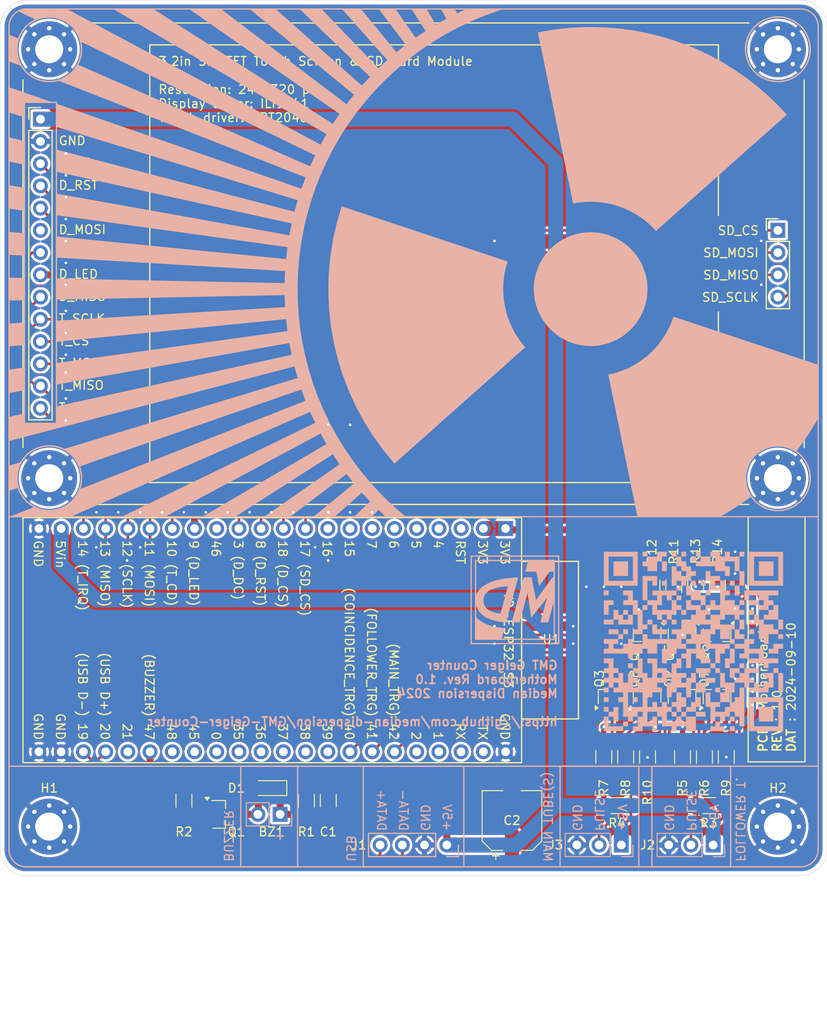
<source format=kicad_pcb>
(kicad_pcb (version 20240108) (generator "pcbnew") (generator_version "8.0")
  (title_block (title "Motherboard") (date "2024-09-10") (rev "1.0") (company "https://github.com/median-dispersion/GMT-Geiger-Counter"))
  (layers (0 "F.Cu" signal) (31 "B.Cu" signal) (34 "B.Paste" user) (35 "F.Paste" user) (36 "B.SilkS" user "B.Silkscreen") (37 "F.SilkS" user "F.Silkscreen") (38 "B.Mask" user) (39 "F.Mask" user) (44 "Edge.Cuts" user))
  (net 0 "")
  (net 1 "Net-(BZ1-+)")
  (net 2 "Net-(BZ1--)")
  (net 3 "+5V")
  (net 4 "GND")
  (net 5 "Net-(J1-Pin_2)")
  (net 6 "Net-(J1-Pin_3)")
  (net 7 "Net-(J2-Pin_2)")
  (net 8 "Net-(J3-Pin_2)")
  (net 9 "Net-(Q1-B)")
  (net 10 "Net-(Q2-C)")
  (net 11 "Net-(Q3-C)")
  (net 12 "Net-(Q4-B)")
  (net 13 "Net-(Q4-C)")
  (net 14 "Net-(Q5-C)")
  (net 15 "Net-(Q5-B)")
  (net 16 "COINCIDENCE_TRG")
  (net 17 "+3V3")
  (net 18 "Net-(Q7-B)")
  (net 19 "FOLLOWER_TRG")
  (net 20 "Net-(Q8-B)")
  (net 21 "MAIN_TRG")
  (net 22 "BUZZER")
  (net 23 "TOUCH_CS")
  (net 26 "SD_CD")
  (net 27 "DISPLAY_DC")
  (net 30 "MOSI")
  (net 34 "DISPLAY_CS")
  (net 38 "SCLK")
  (net 46 "DISPLAY_RST")
  (net 47 "TOUCH_IRQ")
  (net 48 "MISO")
  (net 53 "DISPLAY_LED")
  (footprint "Resistor_SMD:R_1206_3216Metric_Pad1.30x1.75mm_HandSolder" (layer "F.Cu") (at 175 121.45 -90)
    (property "Reference" "R10")
    (property "Value" "10k")
  )
  (footprint "Resistor_SMD:R_1206_3216Metric_Pad1.30x1.75mm_HandSolder" (layer "F.Cu") (at 179 121.45 90)
    (property "Reference" "R5")
    (property "Value" "10k")
  )
  (footprint "Resistor_SMD:R_1206_3216Metric_Pad1.30x1.75mm_HandSolder" (layer "F.Cu") (at 136 126.45 -90)
    (property "Reference" "R1")
    (property "Value" "(Current Limit / Volume Adj.)")
  )
  (footprint "Package_TO_SOT_SMD:SOT-23_Handsoldering" (layer "F.Cu") (at 174.95 114.5 90)
    (property "Reference" "Q8")
    (property "Value" "MMBT3906")
  )
  (footprint "Resistor_SMD:R_1206_3216Metric_Pad1.30x1.75mm_HandSolder" (layer "F.Cu") (at 172.5 121.45 -90)
    (property "Reference" "R8")
    (property "Value" "10k")
  )
  (footprint "Resistor_SMD:R_1206_3216Metric_Pad1.30x1.75mm_HandSolder" (layer "F.Cu") (at 184 121.45 -90)
    (property "Reference" "R9")
    (property "Value" "10k")
  )
  (footprint "Capacitor_SMD:CP_Elec_6.3x5.4" (layer "F.Cu") (at 159.5 128.7 90)
    (property "Reference" "C2")
    (property "Value" "100uF")
  )
  (footprint "Package_TO_SOT_SMD:SOT-23_Handsoldering" (layer "F.Cu") (at 126 128)
    (property "Reference" "Q1")
    (property "Value" "MMBT3904")
  )
  (footprint "Resistor_SMD:R_1206_3216Metric_Pad1.30x1.75mm_HandSolder" (layer "F.Cu") (at 183 101.95 -90)
    (property "Reference" "R14")
    (property "Value" "10k")
  )
  (footprint "Package_TO_SOT_SMD:SOT-23_Handsoldering" (layer "F.Cu") (at 178.95 107.5 -90)
    (property "Reference" "Q5")
    (property "Value" "MMBT3904")
  )
  (footprint "Resistor_SMD:R_1206_3216Metric_Pad1.30x1.75mm_HandSolder" (layer "F.Cu") (at 181.5 121.45 90)
    (property "Reference" "R6")
    (property "Value" "10k")
  )
  (footprint "Footprints:YD-ESP32-S3_(ESP32-S3-DevKitC-1_USB-C_Clone)" (layer "F.Cu") (at 161.1 93.6 -90)
    (property "Reference" "U1")
    (property "Value" "YD-ESP32-S3 N16R8 (ESP32-S3-DevKitC-1 USB-C Clone)")
  )
  (footprint "Package_TO_SOT_SMD:SOT-23_Handsoldering" (layer "F.Cu") (at 182.95 107.5 -90)
    (property "Reference" "Q6")
    (property "Value" "MMBT3904")
  )
  (footprint "Resistor_SMD:R_1206_3216Metric_Pad1.30x1.75mm_HandSolder" (layer "F.Cu") (at 122 126.45 -90)
    (property "Reference" "R2")
    (property "Value" "1k")
  )
  (footprint "Resistor_SMD:R_1206_3216Metric_Pad1.30x1.75mm_HandSolder" (layer "F.Cu") (at 180.5 101.95 -90)
    (property "Reference" "R13")
    (property "Value" "10k")
  )
  (footprint "Diode_SMD:D_SOD-323_HandSoldering" (layer "F.Cu") (at 131.75 125 180)
    (property "Reference" "D1")
    (property "Value" "1N4148WS")
  )
  (footprint "Package_TO_SOT_SMD:SOT-23_Handsoldering" (layer "F.Cu") (at 182.95 114.5 90)
    (property "Reference" "Q7")
    (property "Value" "MMBT3906")
  )
  (footprint "Capacitor_SMD:C_1206_3216Metric_Pad1.33x1.80mm_HandSolder" (layer "F.Cu") (at 138.5 126.4375 -90)
    (property "Reference" "C1")
    (property "Value" "10nF")
  )
  (footprint "Resistor_SMD:R_1206_3216Metric_Pad1.30x1.75mm_HandSolder" (layer "F.Cu") (at 175.5 101.95 90)
    (property "Reference" "R12")
    (property "Value" "10k")
  )
  (footprint "Footprints:3.2in_SPI_TFT_Touch_Screen_&_SD_Card_Module" (layer "F.Cu") (at 103.1 37.1)
    (property "Reference" "U2")
    (property "Value" "MSP3218")
  )
  (footprint "Resistor_SMD:R_1206_3216Metric_Pad1.30x1.75mm_HandSolder" (layer "F.Cu") (at 171.55 127)
    (property "Reference" "R4")
    (property "Value" "10k")
  )
  (footprint "Package_TO_SOT_SMD:SOT-23_Handsoldering" (layer "F.Cu") (at 174.95 107.5 -90)
    (property "Reference" "Q4")
    (property "Value" "MMBT3904")
  )
  (footprint "Resistor_SMD:R_1206_3216Metric_Pad1.30x1.75mm_HandSolder" (layer "F.Cu") (at 182.05 127)
    (property "Reference" "R3")
    (property "Value" "10k")
  )
  (footprint "Package_TO_SOT_SMD:SOT-23_Handsoldering" (layer "F.Cu") (at 178.95 114.5 90)
    (property "Reference" "Q2")
    (property "Value" "MMBT3904")
  )
  (footprint "Resistor_SMD:R_1206_3216Metric_Pad1.30x1.75mm_HandSolder" (layer "F.Cu") (at 178 101.95 90)
    (property "Reference" "R11")
    (property "Value" "10k")
  )
  (footprint "MountingHole:MountingHole_3.2mm_M3_Pad_Via" (layer "F.Cu") (at 189.9 129.4)
    (property "Reference" "H2")
    (property "Value" "M3")
  )
  (footprint "MountingHole:MountingHole_3.2mm_M3_Pad_Via" (layer "F.Cu") (at 106.6 129.4)
    (property "Reference" "H1")
    (property "Value" "M3")
  )
  (footprint "Package_TO_SOT_SMD:SOT-23_Handsoldering" (layer "F.Cu") (at 170.95 114.5 90)
    (property "Reference" "Q3")
    (property "Value" "MMBT3904")
  )
  (footprint "Resistor_SMD:R_1206_3216Metric_Pad1.30x1.75mm_HandSolder" (layer "F.Cu") (at 170 121.45 -90)
    (property "Reference" "R7")
    (property "Value" "10k")
  )
  (footprint "Connector_PinHeader_2.54mm:PinHeader_1x02_P2.54mm_Vertical" (layer "B.Cu") (at 133 128 90)
    (property "Reference" "BZ1")
    (property "Value" "Buzzer")
  )
  (footprint "Footprints:USB_Pin_Header" (layer "B.Cu") (at 148.25 131.5 90)
    (property "Reference" "J1")
    (property "Value" "USB")
  )
  (footprint "Connector_PinHeader_2.54mm:PinHeader_1x03_P2.54mm_Vertical" (layer "B.Cu") (at 182.5 131.5 90)
    (property "Reference" "J2")
    (property "Value" "FOLLOWER TUBE(S)")
  )
  (footprint "Connector_PinHeader_2.54mm:PinHeader_1x03_P2.54mm_Vertical" (layer "B.Cu") (at 172 131.5 90)
    (property "Reference" "J3")
    (property "Value" "MAIN TUBE(S)")
  )
  (gr_poly (pts (xy 169.998304 101.878228) (xy 173.876532 101.878228) (xy 173.876532 101.324195) (xy 173.3225 101.324195) (xy 170.552338 101.324195) (xy 170.552338 98.554033) (xy 173.3225 98.554033) (xy 173.3225 101.324195) (xy 173.876532 101.324195) (xy 173.876532 98) (xy 169.998304 98)) (stroke (width -0.000001)) (fill solid) (layer "B.SilkS"))
  (gr_poly (pts (xy 101.997912 47.828104) (xy 103.767794 48.364991) (xy 103.767794 46.66075) (xy 106.958635 46.66075) (xy 101.997912 44.940529)) (stroke (width -0.000001)) (fill solid) (layer "B.SilkS"))
  (gr_poly (pts (xy 176.094143 116.837195) (xy 176.094143 116.83724) (xy 176.094254 116.83724) (xy 176.094254 116.837195)) (stroke (width -0.000001)) (fill solid) (layer "B.SilkS"))
  (gr_poly (pts (xy 189.390582 109.080598) (xy 188.83655 109.080598) (xy 188.83655 109.634631) (xy 189.944615 109.634631) (xy 189.944615 109.357615) (xy 189.944615 109.080598) (xy 190.498648 109.080598) (xy 190.498648 108.526565) (xy 189.390582 108.526565)) (stroke (width -0.000001)) (fill solid) (layer "B.SilkS"))
  (gr_poly (pts (xy 174.432129 103.540407) (xy 174.986133 103.540407) (xy 174.986133 101.32433) (xy 175.540167 101.32433) (xy 175.540167 101.878363) (xy 176.094199 101.878363) (xy 176.094199 100.770245) (xy 174.432129 100.770245)) (stroke (width -0.000001)) (fill solid) (layer "B.SilkS"))
  (gr_line (start 102 122.5) (end 194.5 122.5) (stroke (width 0.15)) (layer "B.SilkS"))
  (gr_poly (pts (xy 177.966796 71.147943) (xy 177.966829 71.148062) (xy 177.966896 71.148297) (xy 177.859467 71.458575) (xy 177.74214 71.764586) (xy 177.615057 72.06611) (xy 177.478362 72.362928) (xy 177.332199 72.65482) (xy 177.176709 72.941566) (xy 177.012037 73.222946) (xy 176.838325 73.49874) (xy 176.655717 73.768729) (xy 176.464355 74.032692) (xy 176.264384 74.290411) (xy 176.055945 74.541664) (xy 175.839182 74.786232) (xy 175.614239 75.023896) (xy 175.381258 75.254436) (xy 175.140383 75.477631) (xy 174.890373 75.690609) (xy 174.634007 75.894882) (xy 174.37152 76.090335) (xy 174.103145 76.27685) (xy 173.829115 76.454311) (xy 173.549665 76.622603) (xy 173.265026 76.781609) (xy 172.975434 76.931212) (xy 172.681121 77.071298) (xy 172.382321 77.201748) (xy 172.079268 77.322448) (xy 171.772194 77.43328) (xy 171.461334 77.53413) (xy 171.146921 77.62488) (xy 170.829188 77.705414) (xy 170.50837 77.775616) (xy 173.846052 94.001286) (xy 183.286816 94.001286) (xy 183.744854 93.743515) (xy 184.197754 93.477329) (xy 184.645544 93.202974) (xy 185.088255 92.920695) (xy 185.525917 92.630736) (xy 185.958559 92.333343) (xy 186.386213 92.02876) (xy 186.808907 91.717232) (xy 186.730853 91.599175) (xy 186.657487 91.478564) (xy 186.588854 91.355539) (xy 186.524999 91.230244) (xy 186.465965 91.10282) (xy 186.411797 90.973408) (xy 186.36254 90.84215) (xy 186.318236 90.709188) (xy 186.278932 90.574664) (xy 186.244671 90.438719) (xy 186.215497 90.301495) (xy 186.191454 90.163133) (xy 186.172588 90.023777) (xy 186.158941 89.883566) (xy 186.15056 89.742644) (xy 186.147487 89.601151) (xy 186.15238 89.408182) (xy 186.166874 89.217747) (xy 186.190735 89.030082) (xy 186.223725 88.845421) (xy 186.26561 88.664002) (xy 186.316154 88.486058) (xy 186.375121 88.311827) (xy 186.442276 88.141543) (xy 186.517383 87.975442) (xy 186.600206 87.813759) (xy 186.69051 87.656731) (xy 186.788059 87.504593) (xy 186.892618 87.35758) (xy 187.003951 87.215929) (xy 187.121821 87.079873) (xy 187.245995 86.949651) (xy 187.376235 86.825496) (xy 187.512307 86.707644) (xy 187.653975 86.596332) (xy 187.801002 86.491794) (xy 187.953154 86.394266) (xy 188.110195 86.303984) (xy 188.271889 86.221184) (xy 188.438001 86.1461) (xy 188.608295 86.07897) (xy 188.782535 86.020027) (xy 188.960486 85.969508) (xy 189.141911 85.927649) (xy 189.326577 85.894684) (xy 189.514246 85.870851) (xy 189.704683 85.856383) (xy 189.897653 85.851517) (xy 190.039709 85.854622) (xy 190.181187 85.863078) (xy 190.321944 85.87684) (xy 190.461837 85.895863) (xy 190.600722 85.920101) (xy 190.738456 85.949511) (xy 190.874896 85.984046) (xy 191.009898 86.023662) (xy 191.14332 86.068314) (xy 191.275017 86.117957) (xy 191.404846 86.172545) (xy 191.532665 86.232035) (xy 191.658329 86.29638) (xy 191.781696 86.365536) (xy 191.902622 86.439458) (xy 192.020964 86.518101) (xy 192.360445 86.068639) (xy 192.691775 85.613059) (xy 193.014761 85.151398) (xy 193.329209 84.68369) (xy 193.634926 84.209973) (xy 193.931718 83.730282) (xy 194.219393 83.244652) (xy 194.497755 82.753121) (xy 194.497755 76.639988) (xy 177.966763 71.147824)) (stroke (width -0.000001)) (fill solid) (layer "B.SilkS"))
  (gr_rect (start 154.839728 98.500027) (end 164.839728 108.500027) (stroke (width 0.15)) (fill none) (layer "B.SilkS"))
  (gr_poly (pts (xy 101.997751 53.409775) (xy 103.767634 53.798365) (xy 103.767634 51.109697) (xy 101.997751 50.64774)) (stroke (width -0.000001)) (fill solid) (layer "B.SilkS"))
  (gr_rect (start 142.5 122.5) (end 154 134) (stroke (width 0.15)) (fill none) (layer "B.SilkS"))
  (gr_poly (pts (xy 185.511825 98.553979) (xy 186.065858 98.553979) (xy 186.065858 97.999947) (xy 185.511825 97.999947)) (stroke (width -0.000001)) (fill solid) (layer "B.SilkS"))
  (gr_poly (pts (xy 174.986157 110.742831) (xy 175.540191 110.742831) (xy 175.540191 112.404955) (xy 174.986157 112.404955) (xy 174.986157 111.850923) (xy 174.432125 111.850923) (xy 174.432125 110.188798) (xy 173.878092 110.188798) (xy 173.878092 111.296917) (xy 173.324058 111.296917) (xy 173.324058 111.850949) (xy 172.770025 111.850949) (xy 172.770025 112.959069) (xy 172.215992 112.959069) (xy 172.215992 112.405139) (xy 171.661251 112.405139) (xy 171.107218 112.405139) (xy 171.107218 111.851106) (xy 171.661251 111.851106) (xy 171.661251 112.405139) (xy 172.215992 112.405139) (xy 172.215992 111.850949) (xy 171.661961 111.850949) (xy 171.661961 111.296917) (xy 171.107927 111.296917) (xy 171.107927 110.188798) (xy 169.999861 110.188798) (xy 169.999861 110.742831) (xy 170.553894 110.742831) (xy 170.553894 111.296865) (xy 169.999861 111.296865) (xy 169.999861 111.850897) (xy 170.553894 111.850897) (xy 170.553894 112.40493) (xy 169.999861 112.40493) (xy 169.999861 112.958964) (xy 170.553894 112.958964) (xy 170.553894 113.512996) (xy 171.107218 113.512996) (xy 171.107218 113.513256) (xy 171.107927 113.513256) (xy 171.107927 114.06703) (xy 172.215992 114.06703) (xy 172.215992 114.621062) (xy 171.661961 114.621062) (xy 171.661961 115.175095) (xy 172.215992 115.175095) (xy 172.215992 116.837219) (xy 172.770025 116.837219) (xy 172.770025 117.391199) (xy 173.32398 117.391199) (xy 173.32398 116.837166) (xy 173.877859 116.837166) (xy 173.877859 116.837242) (xy 173.878014 116.837242) (xy 173.878014 117.945284) (xy 173.32398 117.945284) (xy 173.32398 118.499317) (xy 174.432045 118.499317) (xy 174.432045 117.945284) (xy 175.54011 117.945284) (xy 175.54011 118.499317) (xy 176.094143 118.499317) (xy 176.094143 116.83724) (xy 175.540221 116.83724) (xy 175.540221 117.391274) (xy 174.986188 117.391274) (xy 174.986189 116.837242) (xy 174.431892 116.837242) (xy 173.878014 116.837242) (xy 173.878014 116.837166) (xy 173.877859 116.837166) (xy 173.877859 116.283209) (xy 174.431892 116.283209) (xy 174.431892 116.837242) (xy 174.986189 116.837242) (xy 174.986189 116.83724) (xy 174.986189 116.283207) (xy 176.094254 116.283207) (xy 176.094254 116.837195) (xy 176.648176 116.837195) (xy 176.648176 117.945313) (xy 177.756241 117.945313) (xy 177.756241 118.499346) (xy 178.310274 118.499346) (xy 178.310274 117.945313) (xy 179.418339 117.945313) (xy 179.418339 118.499346) (xy 180.526404 118.499346) (xy 180.526404 116.837267) (xy 179.418447 116.837267) (xy 179.418447 117.3913) (xy 178.864414 117.3913) (xy 178.864416 117.114258) (xy 178.864416 116.837242) (xy 179.418449 116.837242) (xy 179.418449 116.283234) (xy 180.526512 116.283234) (xy 180.526512 116.837223) (xy 181.634469 116.837223) (xy 181.634469 116.283209) (xy 179.418447 116.283209) (xy 178.864416 116.283209) (xy 178.864416 116.837242) (xy 178.310384 116.837242) (xy 178.310383 116.837242) (xy 178.310383 117.391276) (xy 177.202318 117.391276) (xy 177.202318 116.283158) (xy 177.756351 116.283158) (xy 177.756351 115.729412) (xy 174.431812 115.729412) (xy 172.769741 115.729412) (xy 172.769741 114.06729) (xy 174.431812 114.06729) (xy 174.431812 115.729412) (xy 177.756351 115.729412) (xy 177.756351 115.729201) (xy 178.310381 115.729201) (xy 178.310381 116.283209) (xy 177.756351 116.283209) (xy 177.756351 116.837242) (xy 178.310383 116.837242) (xy 178.310384 116.837242) (xy 178.310384 116.283234) (xy 178.864414 116.283234) (xy 178.864414 115.729201) (xy 179.418447 115.729201) (xy 179.418447 116.283209) (xy 181.634469 116.283209) (xy 181.634469 116.28319) (xy 180.526404 116.28319) (xy 180.526404 115.729157) (xy 181.080437 115.729157) (xy 181.080437 114.621039) (xy 180.526404 114.621039) (xy 180.526404 115.175072) (xy 179.972371 115.175072) (xy 179.972371 115.729103) (xy 179.418338 115.729103) (xy 179.418338 114.621083) (xy 178.864414 114.621083) (xy 178.864414 114.067049) (xy 178.310381 114.067049) (xy 178.310381 115.175167) (xy 177.756348 115.175167) (xy 177.756348 115.729124) (xy 177.202318 115.729124) (xy 177.202318 115.175091) (xy 176.648285 115.175091) (xy 176.648285 115.729124) (xy 176.094252 115.729124) (xy 176.094252 115.175091) (xy 175.540219 115.175091) (xy 175.540219 115.729124) (xy 174.986186 115.729124) (xy 174.986186 114.621006) (xy 175.540219 114.621006) (xy 175.540219 114.066973) (xy 176.648284 114.066973) (xy 176.648284 113.513256) (xy 173.877275 113.513256) (xy 173.323244 113.513256) (xy 171.661251 113.513256) (xy 171.107927 113.513256) (xy 171.107927 113.512996) (xy 171.107218 113.512996) (xy 171.107218 112.959224) (xy 171.661251 112.959224) (xy 171.661251 113.513256) (xy 173.323244 113.513256) (xy 173.323244 112.959224) (xy 173.877275 112.959224) (xy 173.877275 113.513256) (xy 176.648284 113.513256) (xy 176.648284 113.51294) (xy 176.094251 113.51294) (xy 176.094251 112.959224) (xy 174.431309 112.959224) (xy 173.877275 112.959224) (xy 173.877275 112.405191) (xy 173.323244 112.405191) (xy 173.323244 111.851157) (xy 173.877275 111.851157) (xy 173.877275 112.405191) (xy 174.431309 112.405191) (xy 174.431309 112.959224) (xy 176.094251 112.959224) (xy 176.094251 112.958906) (xy 177.202316 112.958906) (xy 177.202316 114.621031) (xy 177.756349 114.621031) (xy 177.756349 114.066998) (xy 178.310382 114.066998) (xy 178.310382 113.512965) (xy 179.418447 113.512965) (xy 179.418447 114.620985) (xy 179.972371 114.620985) (xy 179.972371 112.958906) (xy 177.756349 112.958906) (xy 177.202316 112.958906) (xy 177.202316 112.405139) (xy 176.64728 112.405139) (xy 176.093246 112.405139) (xy 176.093246 111.851106) (xy 176.64728 111.851106) (xy 176.64728 112.405139) (xy 177.202316 112.405139) (xy 177.202316 112.404874) (xy 177.756349 112.404874) (xy 177.756349 112.958906) (xy 179.972371 112.958906) (xy 179.972371 112.958862) (xy 180.525986 112.958862) (xy 180.525986 112.958854) (xy 179.417919 112.958854) (xy 178.863886 112.958854) (xy 178.863886 112.404822) (xy 179.417919 112.404822) (xy 179.417919 112.958854) (xy 180.525986 112.958854) (xy 180.525986 111.850841) (xy 181.080018 111.850841) (xy 181.080018 112.404874) (xy 181.634051 112.404874) (xy 181.634051 111.850841) (xy 182.188084 111.850841) (xy 182.188084 111.296808) (xy 182.742089 111.296808) (xy 182.742089 110.742775) (xy 182.188057 110.742775) (xy 182.188057 111.296808) (xy 180.525986 111.296808) (xy 180.525986 111.850788) (xy 179.971952 111.850788) (xy 179.971952 112.404822) (xy 179.417919 112.404822) (xy 179.417919 111.850788) (xy 178.309854 111.850788) (xy 178.309854 111.296755) (xy 178.863887 111.296755) (xy 178.863887 110.188799) (xy 178.310354 110.188799) (xy 178.310354 110.742832) (xy 177.756321 110.742832) (xy 177.756321 111.850949) (xy 177.202288 111.850949) (xy 177.202288 111.296917) (xy 176.094223 111.296917) (xy 176.094223 110.188798) (xy 174.986157 110.188798)) (stroke (width -0.000001)) (fill solid) (layer "B.SilkS"))
  (gr_poly (pts (xy 159.472198 106.07144) (xy 160.372198 106.07144) (xy 161.280824 102.680301) (xy 161.701429 105.549156) (xy 163.5 103.275053) (xy 162.750732 106.071413) (xy 163.650732 106.071413) (xy 164.339728 103.5) (xy 164.339728 100.928587) (xy 164.128777 100.928507) (xy 162.250487 103.499921) (xy 161.750217 100.928507) (xy 160.850217 100.928507)) (stroke (width -0.000001)) (fill solid) (layer "B.SilkS"))
  (gr_poly (pts (xy 168.632467 61.503606) (xy 168.632521 61.503607) (xy 168.632361 61.503601)) (stroke (width -0.000001)) (fill solid) (layer "B.SilkS"))
  (gr_poly (pts (xy 189.944961 114.067133) (xy 190.498994 114.067133) (xy 190.498994 111.85103) (xy 189.944961 111.85103)) (stroke (width -0.000001)) (fill solid) (layer "B.SilkS"))
  (gr_poly (pts (xy 169.998939 102.986293) (xy 170.552973 102.986293) (xy 170.552973 102.43226) (xy 169.998939 102.43226)) (stroke (width -0.000001)) (fill solid) (layer "B.SilkS"))
  (gr_poly (pts (xy 169.999971 115.174956) (xy 170.554005 115.174956) (xy 170.554005 114.620922) (xy 169.999971 114.620922)) (stroke (width -0.000001)) (fill solid) (layer "B.SilkS"))
  (gr_poly (pts (xy 187.727108 100.770163) (xy 189.389179 100.770163) (xy 189.389179 99.939114) (xy 189.389179 99.108039) (xy 187.727108 99.108039)) (stroke (width -0.000001)) (fill solid) (layer "B.SilkS"))
  (gr_circle (center 106.6 40.6) (end 110.3 40.65) (stroke (width 0.15)) (fill none) (layer "B.SilkS"))
  (gr_poly (pts (xy 182.742116 111.850841) (xy 183.296121 111.850841) (xy 183.296121 111.296808) (xy 182.742116 111.296808)) (stroke (width -0.000001)) (fill solid) (layer "B.SilkS"))
  (gr_line (start 194.5 38) (end 194.5 132) (stroke (width 0.15)) (layer "B.SilkS"))
  (gr_rect (start 155.339728 99.000027) (end 164.339728 108.000027) (stroke (width 0.15)) (fill none) (layer "B.SilkS"))
  (gr_arc (start 192.5 36) (mid 193.914214 36.585786) (end 194.5 38) (stroke (width 0.15)) (layer "B.SilkS"))
  (gr_poly (pts (xy 178.864362 98.554115) (xy 179.418395 98.554115) (xy 179.418395 98.000082) (xy 178.864362 98.000082)) (stroke (width -0.000001)) (fill solid) (layer "B.SilkS"))
  (gr_poly (pts (xy 172.215914 117.945284) (xy 172.215992 117.945284) (xy 172.215992 117.945233) (xy 172.215914 117.945233)) (stroke (width -0.000001)) (fill solid) (layer "B.SilkS"))
  (gr_poly (pts (xy 179.418338 114.621083) (xy 179.418447 114.621083) (xy 179.418447 114.620985) (xy 179.418338 114.620985)) (stroke (width -0.000001)) (fill solid) (layer "B.SilkS"))
  (gr_poly (pts (xy 101.997927 88.173611) (xy 101.997927 91.061242) (xy 103.018496 90.707257) (xy 102.979027 90.572272) (xy 102.94468 90.436051) (xy 102.915479 90.298741) (xy 102.891445 90.160484) (xy 102.872602 90.021425) (xy 102.858973 89.88171) (xy 102.850579 89.741483) (xy 102.847445 89.600888) (xy 102.853768 89.477694) (xy 102.864116 89.355009) (xy 102.878459 89.232926) (xy 102.896768 89.111541) (xy 102.919016 88.990948) (xy 102.945172 88.871241) (xy 102.975208 88.752514) (xy 103.009095 88.634862) (xy 103.046805 88.51838) (xy 103.088308 88.40316) (xy 103.133575 88.289299) (xy 103.182578 88.17689) (xy 103.235288 88.066028) (xy 103.291676 87.956806) (xy 103.351712 87.84932) (xy 103.415348 87.743699)) (stroke (width -0.000001)) (fill solid) (layer "B.SilkS"))
  (gr_poly (pts (xy 142.238672 36.000713) (xy 140.063662 36.000713) (xy 145.250235 41.837359) (xy 145.121566 41.952736) (xy 144.994091 42.068957) (xy 144.742066 42.303458) (xy 144.492853 42.539902) (xy 144.245146 42.777335) (xy 137.729849 36.000898) (xy 135.215857 36.000898) (xy 143.274981 43.749668) (xy 143.037261 43.998439) (xy 142.802085 44.248833) (xy 142.569791 44.501042) (xy 142.340719 44.75526) (xy 132.488798 36.001082) (xy 129.506716 36.001082) (xy 141.442206 45.797178) (xy 141.224942 46.064461) (xy 141.010946 46.333572) (xy 140.799936 46.604365) (xy 140.591631 46.876693) (xy 126.225962 36.001639) (xy 122.58639 36.001639) (xy 139.787035 47.990312) (xy 139.591558 48.273637) (xy 139.399287 48.558525) (xy 139.210081 48.844941) (xy 139.023798 49.13285) (xy 118.509813 36.001453) (xy 113.90188 36.001453) (xy 138.303084 50.303619) (xy 138.129777 50.600884) (xy 137.958592 50.89906) (xy 137.790546 51.198591) (xy 137.626658 51.499919) (xy 108.631281 36.001321) (xy 103.976771 36.001321) (xy 103.912867 36.002975) (xy 103.849477 36.00661) (xy 103.786631 36.012196) (xy 103.724357 36.019704) (xy 103.662687 36.029103) (xy 103.60165 36.040365) (xy 103.541276 36.053459) (xy 103.481595 36.068356) (xy 103.422637 36.085025) (xy 103.364432 36.103437) (xy 103.307011 36.123562) (xy 103.250402 36.145371) (xy 103.194635 36.168833) (xy 103.139742 36.193919) (xy 103.085752 36.220599) (xy 103.032694 36.248844) (xy 105.014956 37.209986) (xy 105.108278 37.167492) (xy 105.202602 37.127614) (xy 105.297873 37.090366) (xy 105.394034 37.055761) (xy 105.49103 37.02381) (xy 105.588806 36.994529) (xy 105.687306 36.967929) (xy 105.786474 36.944023) (xy 105.886256 36.922825) (xy 105.986595 36.904348) (xy 106.087435 36.888604) (xy 106.188723 36.875607) (xy 106.2904 36.86537) (xy 106.392414 36.857905) (xy 106.494706 36.853227) (xy 106.597223 36.851347) (xy 106.756069 36.857649) (xy 106.913389 36.870522) (xy 107.069031 36.889844) (xy 107.222844 36.915494) (xy 107.374676 36.947351) (xy 107.524375 36.985294) (xy 107.671789 37.0292) (xy 107.816767 37.078949) (xy 107.959157 37.13442) (xy 108.098806 37.195492) (xy 108.235564 37.262042) (xy 108.369278 37.333949) (xy 108.499797 37.411093) (xy 108.626968 37.493352) (xy 108.750641 37.580605) (xy 108.870663 37.67273) (xy 108.986882 37.769607) (xy 109.099147 37.871113) (xy 109.207306 37.977127) (xy 109.311207 38.087529) (xy 109.410699 38.202197) (xy 109.505629 38.32101) (xy 109.595846 38.443846) (xy 109.681197 38.570584) (xy 109.761532 38.701102) (xy 109.836699 38.83528) (xy 109.906545 38.972996) (xy 109.970918 39.114129) (xy 110.029668 39.258558) (xy 110.082642 39.406161) (xy 110.129689 39.556817) (xy 110.170656 39.710404) (xy 137.004412 52.725651) (xy 136.856605 53.036257) (xy 136.712752 53.348305) (xy 136.5721 53.661528) (xy 136.433897 53.975661) (xy 109.854136 42.348933) (xy 109.759285 42.511914) (xy 109.656843 42.669228) (xy 109.547078 42.820659) (xy 109.430263 42.965992) (xy 109.30667 43.105013) (xy 109.176569 43.237504) (xy 109.040231 43.363252) (xy 108.897928 43.482041) (xy 108.749932 43.593656) (xy 108.596513 43.697881) (xy 108.437943 43.794501) (xy 108.274493 43.8833) (xy 108.106434 43.964065) (xy 107.934038 44.036578) (xy 107.757575 44.100625) (xy 107.577318 44.155991) (xy 135.911246 55.246413) (xy 135.787531 55.567449) (xy 135.666791 55.88934) (xy 135.549297 56.212219) (xy 135.43532 56.536217) (xy 107.429468 46.823201) (xy 107.429468 49.474562) (xy 135.00934 57.841393) (xy 134.911468 58.170938) (xy 134.81676 58.501274) (xy 134.725328 58.832388) (xy 134.637285 59.164269) (xy 107.430468 52.063986) (xy 107.430468 54.600203) (xy 134.322432 60.500878) (xy 134.251022 60.837064) (xy 134.183269 61.173832) (xy 134.118826 61.511164) (xy 134.057345 61.849047) (xy 107.429957 57.093478) (xy 107.429957 59.5527) (xy 133.843832 63.206028) (xy 133.798075 63.546483) (xy 133.755007 63.887176) (xy 133.71527 64.228228) (xy 133.679503 64.569756) (xy 107.429934 61.984459) (xy 107.429934 64.398228) (xy 133.565195 65.939198) (xy 133.547596 66.282315) (xy 133.534486 66.625682) (xy 133.524716 66.969192) (xy 133.517138 67.312741) (xy 107.430292 66.800091) (xy 107.430292 69.198857) (xy 133.520315 68.686207) (xy 133.528652 69.029455) (xy 133.540476 69.372577) (xy 133.555654 69.715635) (xy 133.574057 70.058689) (xy 107.430857 71.600666) (xy 107.430857 74.013378) (xy 133.679098 71.428585) (xy 133.713388 71.77054) (xy 133.750156 72.112299) (xy 133.79028 72.453775) (xy 133.834643 72.79488) (xy 107.430567 76.446884) (xy 107.430567 78.905606) (xy 134.047369 74.15268) (xy 134.109641 74.490126) (xy 134.176076 74.826983) (xy 134.245852 75.163355) (xy 134.318144 75.499344) (xy 107.42882 81.399224) (xy 107.42882 83.339631) (xy 103.769144 83.339631) (xy 103.769144 82.202252) (xy 101.999262 82.590336) (xy 101.999262 85.352822) (xy 134.637915 76.835705) (xy 134.725685 77.167583) (xy 134.816528 77.498774) (xy 134.910695 77.829276) (xy 135.008436 78.159085) (xy 108.246111 86.276944) (xy 108.40077 86.3571) (xy 108.550973 86.444004) (xy 108.696535 86.537456) (xy 108.837268 86.637255) (xy 108.972987 86.743198) (xy 109.103506 86.855086) (xy 109.228636 86.972717) (xy 109.348193 87.095889) (xy 109.46199 87.224403) (xy 109.56984 87.358056) (xy 109.671557 87.496647) (xy 109.766955 87.639976) (xy 109.855846 87.787841) (xy 109.938046 87.940041) (xy 110.013366 88.096375) (xy 110.081621 88.256642) (xy 135.428698 79.467274) (xy 135.542006 79.7911) (xy 135.658014 80.114207) (xy 135.777315 80.436425) (xy 135.9005 80.757584) (xy 110.098337 90.857151) (xy 109.989388 91.129429) (xy 109.861054 91.389555) (xy 109.714352 91.636806) (xy 109.5503 91.870457) (xy 109.369914 92.089785) (xy 109.174212 92.294064) (xy 108.964209 92.482573) (xy 108.740923 92.654585) (xy 108.505371 92.809377) (xy 108.258569 92.946226) (xy 108.001535 93.064406) (xy 107.735285 93.163195) (xy 107.460837 93.241868) (xy 107.179206 93.2997) (xy 106.891411 93.335969) (xy 106.598467 93.349949) (xy 106.484144 93.347934) (xy 106.370122 93.342446) (xy 106.256478 93.333505) (xy 106.143288 93.321129) (xy 106.030628 93.305338) (xy 105.918574 93.286151) (xy 105.807204 93.263588) (xy 105.696593 93.237667) (xy 105.586819 93.208407) (xy 105.477956 93.175828) (xy 105.370082 93.13995) (xy 105.263273 93.10079) (xy 105.157606 93.058369) (xy 105.053156 93.012706) (xy 104.95 92.963819) (xy 104.848215 92.911728) (xy 102.068003 94) (xy 109.057428 94) (xy 136.430933 82.026406) (xy 136.570372 82.339836) (xy 136.713564 82.651986) (xy 136.860006 82.963075) (xy 137.009196 83.273323) (xy 114.894236 94.00021) (xy 119.855913 94.00021) (xy 137.632811 84.498066) (xy 137.795157 84.799583) (xy 137.959737 85.100242) (xy 138.127507 85.399662) (xy 138.299421 85.697461) (xy 124.134043 93.999474) (xy 127.879976 93.999474) (xy 139.018816 86.87035) (xy 139.206342 87.157792) (xy 139.398033 87.443373) (xy 139.592864 87.727555) (xy 139.789805 88.0108) (xy 131.19517 94.000374) (xy 134.151594 94.000374) (xy 140.599688 89.119126) (xy 140.807376 89.390916) (xy 141.017595 89.661396) (xy 141.230857 89.930349) (xy 141.447668 90.197556) (xy 136.814333 94.000374) (xy 139.237917 94.000374) (xy 142.334833 91.248738) (xy 142.450373 91.377348) (xy 142.566898 91.504514) (xy 142.802273 91.755445) (xy 143.039696 92.003395) (xy 143.277907 92.250225) (xy 141.45738 94.000481) (xy 143.499598 94.000481) (xy 144.250956 93.219174) (xy 144.65917 93.613248) (xy 144.864412 93.808506) (xy 144.967856 93.904837) (xy 145.072054 93.999977) (xy 145.392435 93.999977) (xy 145.391905 94.000504) (xy 145.832167 94.000504) (xy 145.83164 93.999977) (xy 147.369463 93.999977) (xy 146.854726 93.572169) (xy 146.346663 93.13299) (xy 145.845537 92.682333) (xy 145.35161 92.220085) (xy 144.865144 91.746137) (xy 144.386402 91.260378) (xy 143.915646 90.762698) (xy 143.453139 90.252987) (xy 142.340203 88.934988) (xy 141.306454 87.577013) (xy 140.351717 86.182028) (xy 139.475815 84.752999) (xy 138.678574 83.292893) (xy 137.959818 81.804673) (xy 137.319372 80.291307) (xy 136.757061 78.75576) (xy 136.27271 77.200998) (xy 135.866143 75.629986) (xy 135.537185 74.04569) (xy 135.28566 72.451076) (xy 135.111394 70.84911) (xy 135.014211 69.242757) (xy 134.993936 67.634983) (xy 135.050394 66.028754) (xy 135.183409 64.427036) (xy 135.392805 62.832793) (xy 135.678409 61.248993) (xy 136.040044 59.6786) (xy 136.477535 58.124581) (xy 136.990707 56.589901) (xy 137.579385 55.077526) (xy 138.243393 53.590422) (xy 138.982556 52.131553) (xy 139.796699 50.703887) (xy 140.685647 49.310389) (xy 141.649224 47.954024) (xy 142.687254 46.637759) (xy 143.799564 45.364559) (xy 144.985976 44.137389) (xy 146.246317 42.959216) (xy 146.944669 42.355467) (xy 147.654835 41.774483) (xy 148.37636 41.216212) (xy 149.108786 40.680599) (xy 149.851656 40.16759) (xy 150.604513 39.677132) (xy 151.366901 39.209171) (xy 152.138362 38.763653) (xy 152.91844 38.340524) (xy 153.706676 37.939731) (xy 154.502616 37.56122) (xy 155.305801 37.204937) (xy 156.115775 36.870829) (xy 156.93208 36.558841) (xy 157.75426 36.26892) (xy 158.581858 36.001012) (xy 158.581858 35.999979) (xy 154.314966 35.999979) (xy 154.040951 36.123123) (xy 153.767892 36.249032) (xy 153.495661 36.377407) (xy 153.224131 36.507947) (xy 152.97764 35.999979) (xy 151.393805 35.999979) (xy 151.99787 37.131669) (xy 151.696448 37.294613) (xy 151.396219 37.460673) (xy 151.097229 37.629915) (xy 150.799528 37.802408) (xy 149.743323 35.999953) (xy 148.013231 35.999953) (xy 149.626536 38.520638) (xy 149.33851 38.707231) (xy 149.051956 38.897016) (xy 148.766806 39.089943) (xy 148.482992 39.285963) (xy 146.192759 35.999873) (xy 144.273012 35.999873) (xy 147.372046 40.093993) (xy 147.100426 40.301832) (xy 146.830275 40.512655) (xy 146.561653 40.726539) (xy 146.294619 40.94356) (xy 142.237539 35.999079)) (stroke (width -0.000001)) (fill solid) (layer "B.SilkS"))
  (gr_line (start 102 132) (end 102 38) (stroke (width 0.15)) (layer "B.SilkS"))
  (gr_poly (pts (xy 186.620819 105.202504) (xy 187.174851 105.202504) (xy 187.174851 104.648472) (xy 186.620819 104.648472)) (stroke (width -0.000001)) (fill solid) (layer "B.SilkS"))
  (gr_circle (center 106.6 89.6) (end 110.3 89.65) (stroke (width 0.15)) (fill none) (layer "B.SilkS"))
  (gr_poly (pts (xy 189.390928 111.85103) (xy 189.944961 111.85103) (xy 189.944961 111.296996) (xy 189.390928 111.296996)) (stroke (width -0.000001)) (fill solid) (layer "B.SilkS"))
  (gr_poly (pts (xy 161.02246 100.285734) (xy 162.280041 100.285734) (xy 162.600158 101.931377) (xy 163.802231 100.285734) (xy 164.339728 100.285734) (xy 164.339728 99.000027) (xy 161.366945 99.000027)) (stroke (width -0.000001)) (fill solid) (layer "B.SilkS"))
  (gr_poly (pts (xy 103.415348 87.743699) (xy 103.415362 87.743695) (xy 103.415362 87.743694) (xy 103.415362 87.743693) (xy 103.415362 87.743692) (xy 103.415362 87.74369) (xy 103.415363 87.743686) (xy 103.415364 87.743685) (xy 103.415365 87.743681) (xy 103.415367 87.743677) (xy 103.415367 87.743675) (xy 103.415368 87.743673) (xy 103.415369 87.743671) (xy 103.415369 87.743668) (xy 103.415369 87.743666) (xy 103.415369 87.743665) (xy 103.415369 87.743664)) (stroke (width -0.000001)) (fill solid) (layer "B.SilkS"))
  (gr_poly (pts (xy 174.430195 98.554033) (xy 174.984228 98.554033) (xy 174.984228 98) (xy 174.430195 98)) (stroke (width -0.000001)) (fill solid) (layer "B.SilkS"))
  (gr_poly (pts (xy 176.646694 101.878254) (xy 177.200727 101.878254) (xy 177.200727 101.324222) (xy 176.646694 101.324222)) (stroke (width -0.000001)) (fill solid) (layer "B.SilkS"))
  (gr_poly (pts (xy 176.646325 99.108065) (xy 176.646326 99.108065) (xy 176.646326 99.108012) (xy 176.646325 99.108012)) (stroke (width -0.000001)) (fill solid) (layer "B.SilkS"))
  (gr_poly (pts (xy 171.106291 100.770163) (xy 172.768362 100.770163) (xy 172.768362 99.108039) (xy 171.106291 99.108039)) (stroke (width -0.000001)) (fill solid) (layer "B.SilkS"))
  (gr_poly (pts (xy 168.43967 61.502425) (xy 168.343029 61.503997) (xy 168.246269 61.507015) (xy 168.14941 61.511481) (xy 168.052473 61.517395) (xy 167.955475 61.524761) (xy 167.858439 61.533579) (xy 167.603243 61.563793) (xy 167.350137 61.603944) (xy 167.099392 61.653914) (xy 166.851277 61.713584) (xy 166.606064 61.782837) (xy 166.364024 61.861553) (xy 166.125425 61.949615) (xy 165.89054 62.046905) (xy 165.659639 62.153304) (xy 165.432991 62.268695) (xy 165.210869 62.392959) (xy 164.993541 62.525977) (xy 164.781279 62.667632) (xy 164.574354 62.817805) (xy 164.373035 62.976379) (xy 164.177593 63.143235) (xy 163.933196 63.371701) (xy 163.703134 63.609692) (xy 163.487442 63.856629) (xy 163.286153 64.111937) (xy 163.099303 64.375039) (xy 162.926923 64.645359) (xy 162.76905 64.922321) (xy 162.625716 65.205347) (xy 162.496956 65.493861) (xy 162.382803 65.787288) (xy 162.283292 66.085049) (xy 162.198457 66.38657) (xy 162.128332 66.691273) (xy 162.072951 66.998583) (xy 162.032347 67.307922) (xy 162.006555 67.618714) (xy 161.995609 67.930382) (xy 161.999543 68.242351) (xy 162.018391 68.554044) (xy 162.052186 68.864884) (xy 162.100964 69.174295) (xy 162.164757 69.4817) (xy 162.2436 69.786524) (xy 162.337527 70.088188) (xy 162.446573 70.386118) (xy 162.57077 70.679736) (xy 162.710153 70.968466) (xy 162.864756 71.251732) (xy 163.034614 71.528957) (xy 163.219759 71.799565) (xy 163.420226 72.062979) (xy 163.636049 72.318623) (xy 163.864543 72.56305) (xy 164.102565 72.793139) (xy 164.349538 73.008856) (xy 164.604885 73.210168) (xy 164.86803 73.397041) (xy 165.138396 73.56944) (xy 165.415406 73.727331) (xy 165.698484 73.870681) (xy 165.987052 73.999456) (xy 166.280534 74.11362) (xy 166.578354 74.213141) (xy 166.879933 74.297985) (xy 167.184697 74.368116) (xy 167.492067 74.423502) (xy 167.801468 74.464109) (xy 168.112322 74.489901) (xy 168.424053 74.500846) (xy 168.736084 74.49691) (xy 169.047838 74.478057) (xy 169.358738 74.444255) (xy 169.668208 74.395469) (xy 169.975671 74.331665) (xy 170.28055 74.252809) (xy 170.582269 74.158868) (xy 170.88025 74.049806) (xy 171.173917 73.925591) (xy 171.462694 73.786188) (xy 171.746002 73.631564) (xy 172.023267 73.461683) (xy 172.29391 73.276512) (xy 172.557356 73.076017) (xy 172.813027 72.860165) (xy 173.057407 72.631675) (xy 173.287451 72.393665) (xy 173.503126 72.146711) (xy 173.704397 71.891388) (xy 173.89123 71.628274) (xy 174.063591 71.357944) (xy 174.221447 71.080975) (xy 174.364763 70.797943) (xy 174.493505 70.509425) (xy 174.60764 70.215997) (xy 174.707133 69.918235) (xy 174.79195 69.616716) (xy 174.862058 69.312015) (xy 174.917422 69.004709) (xy 174.958008 68.695375) (xy 174.983783 68.384589) (xy 174.994712 68.072926) (xy 174.990762 67.760964) (xy 174.971898 67.449279) (xy 174.938087 67.138447) (xy 174.889294 66.829044) (xy 174.825485 66.521647) (xy 174.746627 66.216832) (xy 174.652685 65.915175) (xy 174.543626 65.617253) (xy 174.419416 65.323641) (xy 174.280019 65.034917) (xy 174.125404 64.751657) (xy 173.955535 64.474436) (xy 173.770378 64.203832) (xy 173.5699 63.94042) (xy 173.354067 63.684777) (xy 173.121479 63.436459) (xy 172.877655 63.201936) (xy 172.623215 62.981451) (xy 172.358782 62.775249) (xy 172.084977 62.583572) (xy 171.802422 62.406666) (xy 171.511738 62.244773) (xy 171.213547 62.098138) (xy 170.908471 61.967005) (xy 170.59713 61.851617) (xy 170.280148 61.752219) (xy 169.958145 61.669053) (xy 169.631743 61.602365) (xy 169.301564 61.552398) (xy 168.968229 61.519395) (xy 168.632467 61.503606) (xy 168.536174 61.502295)) (stroke (width -0.000001)) (fill solid) (layer "B.SilkS"))
  (gr_poly (pts (xy 184.404742 118.499394) (xy 184.958774 118.499394) (xy 184.958774 117.94536) (xy 184.404742 117.94536)) (stroke (width -0.000001)) (fill solid) (layer "B.SilkS"))
  (gr_arc (start 194.5 132) (mid 193.914214 133.414214) (end 192.5 134) (stroke (width 0.15)) (layer "B.SilkS"))
  (gr_poly (pts (xy 186.620713 118.499369) (xy 190.49894 118.499369) (xy 190.49894 117.945336) (xy 189.944908 117.945336) (xy 187.174745 117.945336) (xy 187.174745 115.175171) (xy 189.944908 115.175171) (xy 189.944908 117.945336) (xy 190.49894 117.945336) (xy 190.49894 116.560253) (xy 190.49894 114.62114) (xy 186.620713 114.62114)) (stroke (width -0.000001)) (fill solid) (layer "B.SilkS"))
  (gr_poly (pts (xy 184.403654 101.878201) (xy 184.957686 101.878201) (xy 184.957686 101.324169) (xy 184.403654 101.324169)) (stroke (width -0.000001)) (fill solid) (layer "B.SilkS"))
  (gr_poly (pts (xy 172.215998 105.202452) (xy 171.661964 105.202452) (xy 171.661964 104.648419) (xy 171.107931 104.648419) (xy 171.107931 105.756537) (xy 171.661964 105.756537) (xy 171.661964 106.31057) (xy 173.324034 106.31057) (xy 173.324034 105.202452) (xy 172.770134 105.202452) (xy 172.770134 105.756482) (xy 172.216103 105.756482) (xy 172.216103 105.202449) (xy 172.770029 105.202449) (xy 172.770029 105.202452) (xy 172.770134 105.202452) (xy 172.770134 105.202449) (xy 172.770029 105.202449) (xy 172.770029 104.648419) (xy 172.215998 104.648419)) (stroke (width -0.000001)) (fill solid) (layer "B.SilkS"))
  (gr_poly (pts (xy 140.033957 58.547371) (xy 139.466561 60.465042) (xy 139.031035 62.4007) (xy 138.726111 64.348168) (xy 138.550522 66.301268) (xy 138.503 68.253822) (xy 138.582277 70.199653) (xy 138.787086 72.132583) (xy 139.116158 74.046433) (xy 139.568226 75.935026) (xy 140.142022 77.792184) (xy 140.836279 79.611729) (xy 141.649728 81.387484) (xy 142.581102 83.11327) (xy 143.629134 84.78291) (xy 144.792555 86.390226) (xy 146.070097 87.929039) (xy 161.021277 74.644455) (xy 160.59543 74.131548) (xy 160.207619 73.595803) (xy 159.858267 73.039279) (xy 159.547798 72.464034) (xy 159.276635 71.872129) (xy 159.0452 71.265622) (xy 158.853917 70.646572) (xy 158.70321 70.01704) (xy 158.5935 69.379083) (xy 158.525212 68.73476) (xy 158.498769 68.086133) (xy 158.514594 67.435258) (xy 158.57311 66.784196) (xy 158.67474 66.135005) (xy 158.819907 65.489745) (xy 159.009035 64.850476) (xy 140.033846 58.546316)) (stroke (width -0.000001)) (fill solid) (layer "B.SilkS"))
  (gr_poly (pts (xy 101.997912 71.922936) (xy 101.997912 74.550087) (xy 103.767794 74.375946) (xy 103.767794 71.818562)) (stroke (width -0.000001)) (fill solid) (layer "B.SilkS"))
  (gr_poly (pts (xy 180.526404 116.837223) (xy 180.526404 116.837267) (xy 180.526512 116.837267) (xy 180.526512 116.837223)) (stroke (width -0.000001)) (fill solid) (layer "B.SilkS"))
  (gr_poly (pts (xy 181.080493 101.878257) (xy 181.634525 101.878257) (xy 181.634525 101.324224) (xy 181.080493 101.324224)) (stroke (width -0.000001)) (fill solid) (layer "B.SilkS"))
  (gr_poly (pts (xy 174.986133 103.540434) (xy 174.986162 103.540434) (xy 174.986162 103.540407) (xy 174.986133 103.540407)) (stroke (width -0.000001)) (fill solid) (layer "B.SilkS"))
  (gr_poly (pts (xy 173.323774 115.175379) (xy 173.877808 115.175379) (xy 173.877806 114.898365) (xy 173.877806 114.621348) (xy 173.323774 114.621348)) (stroke (width -0.000001)) (fill solid) (layer "B.SilkS"))
  (gr_line (start 102 94) (end 194.5 94) (stroke (width 0.15)) (layer "B.SilkS"))
  (gr_poly (pts (xy 160.207152 100.928693) (xy 159.998002 100.933716) (xy 159.446605 100.968875) (xy 159.078215 101.007172) (xy 158.667044 101.064302) (xy 158.227352 101.144032) (xy 157.773401 101.25013) (xy 157.319449 101.38636) (xy 157.096929 101.466953) (xy 156.879757 101.556491) (xy 156.669716 101.655446) (xy 156.468586 101.764288) (xy 156.278153 101.883489) (xy 156.100196 102.013519) (xy 155.9365 102.154849) (xy 155.788847 102.30795) (xy 155.659019 102.473292) (xy 155.548799 102.651346) (xy 155.45997 102.842584) (xy 155.394313 103.047476) (xy 155.353612 103.266493) (xy 155.339649 103.500106) (xy 155.349659 103.73372) (xy 155.378838 103.952738) (xy 155.425908 104.157631) (xy 155.489591 104.34887) (xy 155.568609 104.526925) (xy 155.661684 104.692268) (xy 155.767538 104.845369) (xy 155.884893 104.986699) (xy 156.012472 105.116729) (xy 156.148996 105.23593) (xy 156.293187 105.344772) (xy 156.443769 105.443727) (xy 156.599461 105.533265) (xy 156.758988 105.613858) (xy 156.92107 105.685975) (xy 157.084431 105.750088) (xy 157.409873 105.856184) (xy 157.725093 105.935914) (xy 158.019865 105.993043) (xy 158.283968 106.031339) (xy 158.67927 106.066496) (xy 158.829212 106.071519) (xy 159.931635 101.957147) (xy 159.031618 101.957147) (xy 158.204933 105.042853) (xy 158.120492 105.039839) (xy 158.023577 105.032681) (xy 157.897874 105.018742) (xy 157.749142 104.995764) (xy 157.583139 104.961485) (xy 157.40562 104.913646) (xy 157.222344 104.849987) (xy 157.130347 104.811518) (xy 157.039068 104.768248) (xy 156.94923 104.719892) (xy 156.86155 104.666169) (xy 156.776749 104.606795) (xy 156.695546 104.54149) (xy 156.618661 104.469969) (xy 156.546814 104.391951) (xy 156.480725 104.307153) (xy 156.421112 104.215293) (xy 156.368696 104.116087) (xy 156.324197 104.009255) (xy 156.288333 103.894512) (xy 156.261825 103.771577) (xy 156.245393 103.640167) (xy 156.239755 103.5) (xy 156.247764 103.359831) (xy 156.271109 103.22842) (xy 156.308768 103.105484) (xy 156.359718 102.99074) (xy 156.422937 102.883907) (xy 156.497403 102.784701) (xy 156.582092 102.69284) (xy 156.675984 102.608041) (xy 156.778054 102.530023) (xy 156.887282 102.458502) (xy 157.002644 102.393197) (xy 157.123118 102.333824) (xy 157.247682 102.2801) (xy 157.375313 102.231745) (xy 157.635687 102.150007) (xy 157.89606 102.086348) (xy 158.148255 102.038511) (xy 158.384091 102.004233) (xy 158.595389 101.981255) (xy 158.911655 101.960161) (xy 159.031618 101.957147) (xy 159.931635 101.957147) (xy 160.207232 100.928587)) (stroke (width -0.000001)) (fill solid) (layer "B.SilkS"))
  (gr_poly (pts (xy 183.296149 113.512965) (xy 182.742116 113.512965) (xy 182.742116 114.066998) (xy 183.296121 114.066998) (xy 183.296121 114.067053) (xy 183.296149 114.067053) (xy 183.296149 115.175116) (xy 184.404214 115.175116) (xy 184.404187 114.621111) (xy 184.404187 114.067078) (xy 184.958219 114.067078) (xy 184.958219 114.067053) (xy 183.850154 114.067053) (xy 183.296149 114.067053) (xy 183.296149 114.066998) (xy 183.296121 114.066998) (xy 183.296121 113.51302) (xy 183.850154 113.51302) (xy 183.850154 114.067053) (xy 184.958219 114.067053) (xy 184.958219 112.958959) (xy 183.850154 112.958959) (xy 183.850154 111.850841) (xy 183.296149 111.850841)) (stroke (width -0.000001)) (fill solid) (layer "B.SilkS"))
  (gr_poly (pts (xy 169.999889 116.283108) (xy 170.553923 116.283108) (xy 170.553923 115.729077) (xy 169.999889 115.729077)) (stroke (width -0.000001)) (fill solid) (layer "B.SilkS"))
  (gr_poly (pts (xy 181.634051 112.958906) (xy 182.742116 112.958906) (xy 182.742116 112.404874) (xy 181.634051 112.404874)) (stroke (width -0.000001)) (fill solid) (layer "B.SilkS"))
  (gr_poly (pts (xy 172.769947 117.391251) (xy 172.770025 117.391251) (xy 172.770025 117.391199) (xy 172.769947 117.391199)) (stroke (width -0.000001)) (fill solid) (layer "B.SilkS"))
  (gr_poly (pts (xy 169.999861 114.06703) (xy 170.553894 114.06703) (xy 170.553894 113.512996) (xy 169.999861 113.512996)) (stroke (width -0.000001)) (fill solid) (layer "B.SilkS"))
  (gr_poly (pts (xy 101.997912 77.199547) (xy 101.997912 79.876839) (xy 103.767794 79.560585) (xy 103.767794 76.954609)) (stroke (width -0.000001)) (fill solid) (layer "B.SilkS"))
  (gr_poly (pts (xy 181.63405 114.067024) (xy 181.634469 114.067024) (xy 181.634469 114.066979) (xy 181.63405 114.066979)) (stroke (width -0.000001)) (fill solid) (layer "B.SilkS"))
  (gr_rect (start 175.5 122.5) (end 184.5 134) (stroke (width 0.15)) (fill none) (layer "B.SilkS"))
  (gr_poly (pts (xy 101.997774 38.912614) (xy 101.997774 41.972224) (xy 103.477732 42.551496) (xy 103.407103 42.441811) (xy 103.340471 42.329977) (xy 103.27787 42.216105) (xy 103.219336 42.100306) (xy 103.164906 41.982691) (xy 103.114615 41.86337) (xy 103.068499 41.742455) (xy 103.026595 41.620057) (xy 102.988938 41.496286) (xy 102.955565 41.371253) (xy 102.92651 41.24507) (xy 102.901811 41.117846) (xy 102.881503 40.989694) (xy 102.865622 40.860723) (xy 102.854204 40.731045) (xy 102.847284 40.60077) (xy 102.848382 40.522608) (xy 102.851106 40.444546) (xy 102.855453 40.366607) (xy 102.861417 40.288818) (xy 102.868994 40.211204) (xy 102.87818 40.133788) (xy 102.888972 40.056597) (xy 102.901363 39.979654) (xy 102.915352 39.902986) (xy 102.930932 39.826617) (xy 102.9481 39.750572) (xy 102.966851 39.674876) (xy 102.987181 39.599553) (xy 103.009086 39.52463) (xy 103.032562 39.450131) (xy 103.057604 39.37608) (xy 101.997751 38.912535)) (stroke (width -0.000001)) (fill solid) (layer "B.SilkS"))
  (gr_poly (pts (xy 180.525986 112.958906) (xy 180.526404 112.958906) (xy 180.526404 112.958862) (xy 180.525986 112.958862)) (stroke (width -0.000001)) (fill solid) (layer "B.SilkS"))
  (gr_poly (pts (xy 101.997751 64.079609) (xy 103.767634 64.183995) (xy 103.767634 61.625553) (xy 101.997751 61.451411)) (stroke (width -0.000001)) (fill solid) (layer "B.SilkS"))
  (gr_poly (pts (xy 176.092293 98.554033) (xy 174.984228 98.554033) (xy 174.984228 99.108065) (xy 174.430195 99.108065) (xy 174.430195 99.662098) (xy 174.984228 99.662098) (xy 174.984228 100.21613) (xy 176.092293 100.21613) (xy 176.092293 99.108012) (xy 176.646325 99.108012) (xy 176.646325 98.554033) (xy 177.200358 98.554033) (xy 177.200358 98) (xy 176.092293 98)) (stroke (width -0.000001)) (fill solid) (layer "B.SilkS"))
  (gr_poly (pts (xy 155.339703 107.999894) (xy 158.306453 107.999894) (xy 158.655647 106.714135) (xy 158.292385 106.692794) (xy 157.898857 106.64291) (xy 157.665825 106.601394) (xy 157.414979 106.546251) (xy 157.151091 106.475546) (xy 156.878934 106.387346) (xy 156.603282 106.279715) (xy 156.328908 106.15072) (xy 156.060584 105.998427) (xy 155.930183 105.91294) (xy 155.803085 105.820902) (xy 155.679885 105.722073) (xy 155.561182 105.61621) (xy 155.447571 105.503072) (xy 155.339649 105.382417)) (stroke (width -0.000001)) (fill solid) (layer "B.SilkS"))
  (gr_line (start 104 36) (end 192.5 36) (stroke (width 0.15)) (layer "B.SilkS"))
  (gr_circle (center 189.9 40.6) (end 193.6 40.65) (stroke (width 0.15)) (fill none) (layer "B.SilkS"))
  (gr_poly (pts (xy 101.997751 69.30711) (xy 103.767634 69.272488) (xy 103.767634 66.730082) (xy 101.997751 66.695465)) (stroke (width -0.000001)) (fill solid) (layer "B.SilkS"))
  (gr_circle (center 189.9 89.6) (end 193.6 89.55) (stroke (width 0.15)) (fill none) (layer "B.SilkS"))
  (gr_poly (pts (xy 168.186017 38.061418) (xy 167.760451 38.06962) (xy 167.334375 38.08388) (xy 166.907824 38.104214) (xy 166.348455 38.140115) (xy 165.790017 38.186449) (xy 165.232651 38.243197) (xy 164.676498 38.310338) (xy 164.121699 38.387854) (xy 163.568395 38.475726) (xy 163.016729 38.573932) (xy 162.466841 38.682454) (xy 166.487143 58.229136) (xy 167.143362 58.115803) (xy 167.800423 58.046729) (xy 168.456336 58.021256) (xy 169.109111 58.038728) (xy 169.756758 58.098489) (xy 170.397285 58.199882) (xy 171.028703 58.34225) (xy 171.649022 58.524936) (xy 172.256251 58.747285) (xy 172.848399 59.00864) (xy 173.423477 59.308344) (xy 173.979494 59.645741) (xy 174.51446 60.020174) (xy 175.026384 60.430986) (xy 175.513277 60.877522) (xy 175.973147 61.359124) (xy 190.923802 48.075065) (xy 189.828066 46.912149) (xy 188.678429 45.814985) (xy 187.477905 44.784824) (xy 186.229506 43.822918) (xy 184.936245 42.930518) (xy 183.601135 42.108875) (xy 182.227189 41.35924) (xy 180.81742 40.682866) (xy 179.374841 40.081002) (xy 177.902465 39.5549) (xy 176.403304 39.105812) (xy 174.880373 38.734988) (xy 173.336683 38.443681) (xy 171.775248 38.233141) (xy 170.199081 38.10462) (xy 168.611195 38.059368) (xy 168.611035 38.059256)) (stroke (width -0.000001)) (fill solid) (layer "B.SilkS"))
  (gr_poly (pts (xy 175.539637 107.418818) (xy 177.201708 107.418818) (xy 177.201734 107.141749) (xy 177.201734 106.864732) (xy 176.09367 106.864732) (xy 176.09367 106.3107) (xy 175.539637 106.3107)) (stroke (width -0.000001)) (fill solid) (layer "B.SilkS"))
  (gr_rect (start 128.5 122.5) (end 135 134) (stroke (width 0.15)) (fill none) (layer "B.SilkS"))
  (gr_poly (pts (xy 186.62042 107.418527) (xy 187.174452 107.418527) (xy 187.174452 106.864495) (xy 186.62042 106.864495)) (stroke (width -0.000001)) (fill solid) (layer "B.SilkS"))
  (gr_arc (start 104 134) (mid 102.585786 133.414214) (end 102 132) (stroke (width 0.15)) (layer "B.SilkS"))
  (gr_poly (pts (xy 178.863887 110.188799) (xy 178.864386 110.188799) (xy 178.864386 110.188637) (xy 178.863887 110.188637)) (stroke (width -0.000001)) (fill solid) (layer "B.SilkS"))
  (gr_poly (pts (xy 180.526404 114.066979) (xy 181.63405 114.066979) (xy 181.63405 112.958906) (xy 180.526404 112.958906)) (stroke (width -0.000001)) (fill solid) (layer "B.SilkS"))
  (gr_poly (pts (xy 185.512411 111.296996) (xy 185.512727 111.296996) (xy 185.512727 111.296862) (xy 185.512411 111.296862)) (stroke (width -0.000001)) (fill solid) (layer "B.SilkS"))
  (gr_rect (start 103.767794 46.66075) (end 107.42882 83.339631) (stroke (width 0.15)) (fill none) (layer "B.SilkS"))
  (gr_poly (pts (xy 169.999864 106.31057) (xy 171.107931 106.31057) (xy 171.107931 105.756537) (xy 169.999864 105.756537)) (stroke (width -0.000001)) (fill solid) (layer "B.SilkS"))
  (gr_poly (pts (xy 170.553869 107.418661) (xy 171.661936 107.418661) (xy 171.661936 106.864628) (xy 170.553869 106.864628)) (stroke (width -0.000001)) (fill solid) (layer "B.SilkS"))
  (gr_poly (pts (xy 172.215969 107.418661) (xy 172.770002 107.418661) (xy 172.770002 106.864628) (xy 172.215969 106.864628)) (stroke (width -0.000001)) (fill solid) (layer "B.SilkS"))
  (gr_poly (pts (xy 186.619122 101.878228) (xy 190.49735 101.878228) (xy 190.49735 101.324195) (xy 189.943318 101.324195) (xy 187.173155 101.324195) (xy 187.173155 98.554033) (xy 189.943318 98.554033) (xy 189.943318 101.324195) (xy 190.49735 101.324195) (xy 190.49735 98) (xy 186.619122 98)) (stroke (width -0.000001)) (fill solid) (layer "B.SilkS"))
  (gr_poly (pts (xy 187.728698 117.391302) (xy 189.39077 117.391302) (xy 189.39077 116.560253) (xy 189.39077 115.72918) (xy 187.728698 115.72918)) (stroke (width -0.000001)) (fill solid) (layer "B.SilkS"))
  (gr_poly (pts (xy 183.849728 98.553979) (xy 183.295695 98.553979) (xy 183.295695 97.999947) (xy 182.18763 97.999947) (xy 182.18763 98.553979) (xy 181.079565 98.553979) (xy 181.079565 97.999947) (xy 180.525532 97.999947) (xy 180.525532 98.553979) (xy 179.971499 98.553979) (xy 179.971499 99.108012) (xy 180.525532 99.108012) (xy 180.525532 99.662045) (xy 182.741556 99.662045) (xy 182.741556 100.216077) (xy 183.849621 100.216077) (xy 183.849621 100.77011) (xy 184.403654 100.77011) (xy 184.403654 99.661992) (xy 183.849621 99.661992) (xy 183.849621 99.108065) (xy 182.741662 99.108065) (xy 182.18763 99.108065) (xy 181.079593 99.108065) (xy 180.525559 99.108065) (xy 180.525559 98.554033) (xy 181.079593 98.554033) (xy 181.079593 99.108065) (xy 182.18763 99.108065) (xy 182.18763 98.554033) (xy 182.741662 98.554033) (xy 182.741662 99.108065) (xy 183.849621 99.108065) (xy 183.849621 99.107959) (xy 184.957686 99.107959) (xy 184.957686 100.216077) (xy 185.511719 100.216077) (xy 185.511719 101.878201) (xy 184.957686 101.878201) (xy 184.957686 102.986319) (xy 185.511719 102.986319) (xy 185.511825 102.43226) (xy 185.511825 101.878228) (xy 186.065858 101.878228) (xy 186.065858 100.216104) (xy 185.511825 100.216104) (xy 185.511825 98.553979) (xy 184.40376 98.553979) (xy 184.40376 97.999947) (xy 183.849728 97.999947)) (stroke (width -0.000001)) (fill solid) (layer "B.SilkS"))
  (gr_poly (pts (xy 189.945014 107.972642) (xy 190.499046 107.972642) (xy 190.499046 107.418609) (xy 189.945014 107.418609)) (stroke (width -0.000001)) (fill solid) (layer "B.SilkS"))
  (gr_poly (pts (xy 169.999708 105.202423) (xy 170.553739 105.202423) (xy 170.553739 104.094331) (xy 171.107773 104.094331) (xy 171.107773 103.540299) (xy 169.999708 103.540299)) (stroke (width -0.000001)) (fill solid) (layer "B.SilkS"))
  (gr_poly (pts (xy 177.756295 98.554115) (xy 178.310328 98.554115) (xy 178.310328 98.000082) (xy 177.756295 98.000082)) (stroke (width -0.000001)) (fill solid) (layer "B.SilkS"))
  (gr_poly (pts (xy 171.661936 107.972695) (xy 172.215969 107.972695) (xy 172.215969 107.418661) (xy 171.661936 107.418661)) (stroke (width -0.000001)) (fill solid) (layer "B.SilkS"))
  (gr_arc (start 102 38) (mid 102.585786 36.585786) (end 104 36) (stroke (width 0.15)) (layer "B.SilkS"))
  (gr_rect (start 165 122.5) (end 174 134) (stroke (width 0.15)) (fill none) (layer "B.SilkS"))
  (gr_poly (pts (xy 172.770025 111.296917) (xy 173.324058 111.296917) (xy 173.324058 110.742884) (xy 172.770025 110.742884)) (stroke (width -0.000001)) (fill solid) (layer "B.SilkS"))
  (gr_poly (pts (xy 188.281987 105.756537) (xy 188.282916 105.756537) (xy 188.282916 105.756535) (xy 188.281987 105.756535)) (stroke (width -0.000001)) (fill solid) (layer "B.SilkS"))
  (gr_line (start 192.5 134) (end 104 134) (stroke (width 0.15)) (layer "B.SilkS"))
  (gr_poly (pts (xy 101.997751 58.803681) (xy 103.767634 59.048622) (xy 103.767634 56.442133) (xy 101.997751 56.125882)) (stroke (width -0.000001)) (fill solid) (layer "B.SilkS"))
  (gr_poly (pts (xy 101.997912 44.940529) (xy 101.997912 44.940473) (xy 101.997751 44.940473)) (stroke (width -0.000001)) (fill solid) (layer "B.SilkS"))
  (gr_poly (pts (xy 178.310328 99.662233) (xy 177.756295 99.662233) (xy 177.756295 101.878336) (xy 178.309937 101.878336) (xy 178.309937 101.878519) (xy 178.310328 101.878519) (xy 178.310328 102.432369) (xy 175.540166 102.432369) (xy 175.540166 102.986401) (xy 176.094198 102.986401) (xy 176.094198 103.540434) (xy 174.986162 103.540434) (xy 174.986162 104.09444) (xy 174.432129 104.09444) (xy 174.432129 104.648472) (xy 173.878096 104.648472) (xy 173.878096 103.540354) (xy 173.324062 103.540354) (xy 173.324062 102.432236) (xy 172.215998 102.432236) (xy 172.215998 102.986269) (xy 172.770029 102.986269) (xy 172.770029 103.540301) (xy 172.215998 103.540301) (xy 172.215998 104.094334) (xy 173.324062 104.094334) (xy 173.324062 105.202452) (xy 173.878067 105.202452) (xy 173.878067 106.864576) (xy 173.324034 106.864576) (xy 173.324034 107.418609) (xy 174.431677 107.418609) (xy 174.431677 107.418765) (xy 174.4321 107.418765) (xy 174.4321 108.526728) (xy 173.324034 108.526728) (xy 173.324034 107.972695) (xy 172.770002 107.972695) (xy 172.770002 108.526728) (xy 172.215969 108.526728) (xy 172.215969 109.08076) (xy 171.107902 109.08076) (xy 171.107902 108.526728) (xy 171.661936 108.526728) (xy 171.661936 107.972695) (xy 169.999864 107.972695) (xy 169.999864 108.526728) (xy 170.553898 108.526728) (xy 170.553898 109.08076) (xy 169.999864 109.08076) (xy 169.999864 109.634793) (xy 172.770027 109.634793) (xy 172.770027 110.188827) (xy 173.32406 110.188827) (xy 173.32406 109.634793) (xy 174.432125 109.634793) (xy 174.432125 109.08076) (xy 174.986159 109.08076) (xy 174.986159 109.634793) (xy 176.094224 109.634793) (xy 176.094224 108.526675) (xy 177.202289 108.526675) (xy 177.202289 109.080708) (xy 176.648256 109.080708) (xy 176.648256 110.742832) (xy 177.202289 110.742832) (xy 177.202289 110.188799) (xy 177.756322 110.188799) (xy 177.756322 109.634766) (xy 178.310355 109.634766) (xy 178.310355 109.080734) (xy 179.417706 109.080734) (xy 179.417706 109.080917) (xy 179.41842 109.080917) (xy 179.41842 109.634766) (xy 178.864386 109.634766) (xy 178.864386 110.188637) (xy 179.41792 110.188637) (xy 179.41792 111.296755) (xy 179.971953 111.296755) (xy 179.971953 109.634631) (xy 180.525987 109.634631) (xy 180.525987 110.188664) (xy 181.080019 110.188664) (xy 181.080019 110.742697) (xy 182.188085 110.742697) (xy 182.188085 110.188664) (xy 181.634051 110.188664) (xy 181.634051 109.080917) (xy 180.525771 109.080917) (xy 179.41842 109.080917) (xy 179.41842 109.080734) (xy 179.417706 109.080734) (xy 179.417706 108.526884) (xy 178.863673 108.526884) (xy 178.863673 107.972851) (xy 179.417706 107.972851) (xy 179.417706 108.526884) (xy 180.525771 108.526884) (xy 180.525771 109.080917) (xy 181.634051 109.080917) (xy 181.634051 109.080547) (xy 181.080018 109.080547) (xy 181.080018 108.526513) (xy 181.634051 108.526513) (xy 181.634051 109.080547) (xy 182.742116 109.080547) (xy 182.742116 110.742671) (xy 183.296149 110.742671) (xy 183.296149 109.634553) (xy 183.850181 109.634553) (xy 183.850181 109.08052) (xy 184.404214 109.08052) (xy 184.404214 108.526727) (xy 184.958193 108.526727) (xy 184.958193 107.972694) (xy 184.40416 107.972694) (xy 184.40416 108.526488) (xy 182.188189 108.526488) (xy 182.188189 107.972851) (xy 179.97174 107.972851) (xy 179.417706 107.972851) (xy 179.417706 107.418818) (xy 179.97174 107.418818) (xy 179.97174 107.972851) (xy 182.188189 107.972851) (xy 182.188189 107.418369) (xy 182.742222 107.418369) (xy 182.742222 106.8646) (xy 182.187868 106.8646) (xy 181.079802 106.8646) (xy 181.079802 107.418633) (xy 180.525769 107.418633) (xy 180.525797 106.8646) (xy 180.525797 106.310568) (xy 182.187868 106.310568) (xy 182.187868 106.8646) (xy 182.742222 106.8646) (xy 182.742222 106.864335) (xy 183.296254 106.864335) (xy 183.296254 107.972454) (xy 184.404319 107.972454) (xy 184.404319 106.864335) (xy 184.958352 106.864335) (xy 184.958352 106.310303) (xy 183.29628 106.310303) (xy 183.29628 105.756482) (xy 182.188159 105.756482) (xy 181.634126 105.756482) (xy 181.634126 105.202449) (xy 182.188159 105.202449) (xy 182.188159 105.756482) (xy 183.29628 105.756482) (xy 183.29628 105.756271) (xy 183.850313 105.756271) (xy 183.850313 105.202449) (xy 183.296224 105.202449) (xy 182.188159 105.202449) (xy 182.188159 104.648761) (xy 180.526068 104.648761) (xy 180.526068 105.202794) (xy 179.972035 105.202794) (xy 179.972035 105.756826) (xy 178.86397 105.756826) (xy 178.86397 106.864945) (xy 177.755905 106.864945) (xy 177.755905 107.418977) (xy 178.309938 107.418977) (xy 178.309938 107.97301) (xy 174.985742 107.97301) (xy 174.985711 107.695782) (xy 174.985711 107.418765) (xy 174.4321 107.418765) (xy 174.4321 107.418609) (xy 174.431677 107.418609) (xy 174.431677 106.864732) (xy 174.985711 106.864732) (xy 174.985711 106.3107) (xy 175.539637 106.3107) (xy 175.539637 105.756667) (xy 174.985603 105.756667) (xy 174.985603 106.3107) (xy 174.431677 106.3107) (xy 174.431677 104.648628) (xy 174.985711 104.648628) (xy 174.985711 104.094596) (xy 175.539743 104.094596) (xy 175.539743 105.202714) (xy 176.093777 105.202714) (xy 176.093777 105.756746) (xy 176.647702 105.756746) (xy 176.647702 106.310647) (xy 177.201734 106.310647) (xy 177.201734 105.756614) (xy 176.64781 105.756614) (xy 176.64781 105.202714) (xy 177.201842 105.202714) (xy 177.201842 105.756746) (xy 177.755767 105.756746) (xy 177.755767 106.310647) (xy 178.3098 106.310647) (xy 178.3098 105.756614) (xy 177.755875 105.756614) (xy 177.755875 105.202714) (xy 178.309909 105.202714) (xy 178.309909 104.648681) (xy 178.863726 104.648681) (xy 178.863726 105.202529) (xy 179.417759 105.202529) (xy 179.417759 104.648496) (xy 178.863942 104.648496) (xy 178.863942 104.094649) (xy 178.309909 104.094649) (xy 178.309909 103.540617) (xy 177.755904 103.540617) (xy 177.755875 103.540617) (xy 177.755875 104.648735) (xy 176.093805 104.648735) (xy 176.093805 104.094702) (xy 176.647838 104.094702) (xy 176.647838 102.986584) (xy 177.201871 102.986584) (xy 177.201871 103.540617) (xy 177.755875 103.540617) (xy 177.755904 103.540617) (xy 177.755904 102.986584) (xy 178.309692 102.986584) (xy 178.309692 103.540405) (xy 178.863726 103.540405) (xy 178.863726 102.986372) (xy 178.309937 102.986372) (xy 178.309937 102.432552) (xy 178.86397 102.432552) (xy 178.86397 101.878519) (xy 178.310328 101.878519) (xy 178.310328 101.878336) (xy 178.309937 101.878336) (xy 178.309937 101.324486) (xy 178.86397 101.324486) (xy 178.86397 101.878519) (xy 179.418003 101.878519) (xy 179.418003 102.986637) (xy 179.972036 102.986637) (xy 179.972036 103.540643) (xy 179.418003 103.540643) (xy 179.418003 104.648761) (xy 180.526068 104.648761) (xy 182.188159 104.648761) (xy 182.188159 104.648709) (xy 181.634134 104.648709) (xy 181.080101 104.648709) (xy 181.080101 104.094702) (xy 181.634134 104.094702) (xy 181.634134 104.648709) (xy 182.188159 104.648709) (xy 182.188159 104.648417) (xy 183.296224 104.648417) (xy 183.296224 105.202449) (xy 183.850313 105.202449) (xy 183.850313 105.202238) (xy 184.958378 105.202238) (xy 184.958378 105.756271) (xy 185.512411 105.756271) (xy 185.512411 106.864389) (xy 184.958378 106.864389) (xy 184.958378 107.972507) (xy 186.066443 107.972507) (xy 186.066443 108.52654) (xy 184.958378 108.52654) (xy 184.958378 109.080572) (xy 184.404345 109.080572) (xy 184.404345 110.188691) (xy 183.850313 110.188691) (xy 183.850313 111.296809) (xy 184.404345 111.296809) (xy 184.404345 112.404928) (xy 184.958378 112.404928) (xy 184.958378 111.850895) (xy 185.512411 111.850895) (xy 185.512411 112.404928) (xy 184.958378 112.404928) (xy 184.958378 112.958962) (xy 186.066443 112.958962) (xy 186.066443 113.512994) (xy 185.512411 113.512994) (xy 185.512411 114.621113) (xy 184.958378 114.621113) (xy 184.958378 115.175146) (xy 184.404345 115.175146) (xy 184.404345 115.72918) (xy 183.850313 115.72918) (xy 183.850313 116.283211) (xy 182.742248 116.283211) (xy 182.742115 116.006191) (xy 182.742115 115.729178) (xy 183.296148 115.729178) (xy 183.296148 115.175144) (xy 182.188083 115.175144) (xy 182.188083 114.067024) (xy 181.634469 114.067024) (xy 181.634469 115.729101) (xy 182.188501 115.729101) (xy 182.188501 117.391226) (xy 182.742534 117.391226) (xy 182.742534 117.945257) (xy 182.188501 117.945257) (xy 182.188501 118.499291) (xy 183.85052 118.499291) (xy 183.850709 118.222376) (xy 183.850709 117.94536) (xy 183.296677 117.94536) (xy 183.296677 117.391329) (xy 183.850709 117.391329) (xy 183.850709 117.391276) (xy 183.296677 117.391276) (xy 182.742644 117.391276) (xy 182.742644 116.837242) (xy 183.296677 116.837242) (xy 183.296677 117.391276) (xy 183.850709 117.391276) (xy 183.850709 116.837296) (xy 184.404742 116.837296) (xy 184.404742 117.391329) (xy 184.958774 117.391329) (xy 184.958774 116.837296) (xy 185.512807 116.837296) (xy 185.512807 117.945414) (xy 186.066839 117.945414) (xy 186.066839 116.837242) (xy 184.958246 116.837242) (xy 184.404213 116.837242) (xy 184.404213 116.283209) (xy 184.958246 116.283209) (xy 184.958246 116.837242) (xy 186.066839 116.837242) (xy 186.066839 113.513153) (xy 186.620025 113.513153) (xy 186.620025 113.513256) (xy 186.620872 113.513256) (xy 186.620872 114.067187) (xy 188.836896 114.067187) (xy 188.836896 113.513256) (xy 187.174058 113.513256) (xy 186.620872 113.513256) (xy 186.620872 113.513153) (xy 186.620025 113.513153) (xy 186.620025 112.959224) (xy 187.174058 112.959224) (xy 187.174058 113.513256) (xy 188.836896 113.513256) (xy 188.836896 113.513153) (xy 189.390928 113.513153) (xy 189.390928 111.85103) (xy 188.282863 111.85103) (xy 188.282863 112.405063) (xy 188.836896 112.405063) (xy 188.836896 112.959095) (xy 188.282863 112.959095) (xy 188.282863 113.513128) (xy 187.728831 113.513128) (xy 187.728831 112.959095) (xy 187.174798 112.959095) (xy 187.174798 112.405063) (xy 186.620766 112.405063) (xy 186.620766 111.85103) (xy 187.728831 111.85103) (xy 187.728831 111.296996) (xy 186.066759 111.296996) (xy 186.066759 110.742963) (xy 185.512727 110.742963) (xy 185.512727 111.296862) (xy 186.066443 111.296862) (xy 186.066443 111.850895) (xy 185.512411 111.850895) (xy 185.512411 111.296996) (xy 184.404662 111.296996) (xy 184.404662 110.742963) (xy 184.958694 110.742963) (xy 184.958694 109.080839) (xy 186.066759 109.080839) (xy 186.066759 109.634873) (xy 185.512727 109.634873) (xy 185.512727 110.188905) (xy 186.619865 110.188905) (xy 186.619865 110.189036) (xy 186.620792 110.189036) (xy 186.620792 110.742938) (xy 188.282863 110.742938) (xy 188.282863 111.296972) (xy 188.836896 111.296972) (xy 188.836896 110.742938) (xy 189.944961 110.742938) (xy 189.944961 110.189036) (xy 187.72793 110.189036) (xy 186.620792 110.189036) (xy 186.620792 110.188905) (xy 186.619865 110.188905) (xy 186.619865 109.635002) (xy 187.72793 109.635002) (xy 187.72793 110.189036) (xy 189.944961 110.189036) (xy 189.944961 110.188905) (xy 188.28289 110.188905) (xy 188.28289 109.080787) (xy 186.620819 109.080787) (xy 186.620819 108.526754) (xy 187.174851 108.526754) (xy 187.174851 107.97272) (xy 186.066786 107.97272) (xy 186.066786 107.418688) (xy 185.512754 107.418688) (xy 185.512754 106.864655) (xy 186.066786 106.864655) (xy 186.066786 105.756537) (xy 185.512754 105.756537) (xy 185.512754 105.202504) (xy 186.066786 105.202504) (xy 186.066786 104.648472) (xy 185.512754 104.648472) (xy 185.512754 104.094676) (xy 183.296232 104.094676) (xy 182.742199 104.094676) (xy 182.742199 103.540643) (xy 182.188167 103.540643) (xy 182.188167 104.094676) (xy 181.634134 104.094676) (xy 181.080101 104.094676) (xy 179.972036 104.094676) (xy 179.972036 103.54067) (xy 181.080101 103.54067) (xy 181.080101 104.094676) (xy 181.634134 104.094676) (xy 181.634134 102.986584) (xy 182.188167 102.986584) (xy 182.188167 102.432552) (xy 183.296232 102.432552) (xy 183.296232 104.094676) (xy 185.512754 104.094676) (xy 185.512754 104.094439) (xy 186.066786 104.094439) (xy 186.066786 103.540406) (xy 186.620819 103.540406) (xy 186.620819 104.094439) (xy 187.728884 104.094439) (xy 187.728884 104.648472) (xy 188.836949 104.648472) (xy 188.836949 105.202504) (xy 188.282916 105.202504) (xy 188.282916 105.756535) (xy 189.944058 105.756535) (xy 189.944058 106.864653) (xy 189.390026 106.864653) (xy 189.390052 106.587584) (xy 189.390052 106.310567) (xy 188.281987 106.310567) (xy 188.281987 105.756537) (xy 187.728884 105.756537) (xy 187.728884 105.202504) (xy 187.174851 105.202504) (xy 187.174851 105.756537) (xy 186.620819 105.756537) (xy 186.620819 106.310569) (xy 187.728884 106.310569) (xy 187.728884 107.972694) (xy 188.282916 107.972694) (xy 188.282916 108.526727) (xy 188.836949 108.526727) (xy 188.836949 107.418609) (xy 189.945014 107.418609) (xy 189.945014 106.864576) (xy 190.499046 106.864576) (xy 190.499046 105.756458) (xy 189.945014 105.756458) (xy 189.945014 104.648364) (xy 189.390846 104.648364) (xy 188.836813 104.648364) (xy 188.836813 104.094331) (xy 188.282781 104.094331) (xy 187.728748 104.094331) (xy 187.728748 103.540299) (xy 186.620683 103.540299) (xy 186.620683 102.986266) (xy 187.728748 102.986266) (xy 187.728748 103.540299) (xy 188.282781 103.540299) (xy 188.282781 104.094331) (xy 188.836813 104.094331) (xy 189.390846 104.094331) (xy 189.390846 104.648364) (xy 189.945014 104.648364) (xy 189.945014 104.094334) (xy 189.390981 104.094334) (xy 189.390981 103.540301) (xy 188.836949 103.540301) (xy 188.836949 102.986269) (xy 189.945014 102.986269) (xy 189.945014 102.432236) (xy 186.066786 102.432236) (xy 186.066786 103.540354) (xy 185.512754 103.540354) (xy 185.512754 104.094387) (xy 184.958721 104.094387) (xy 184.958721 103.540354) (xy 183.850656 103.540354) (xy 183.850656 102.986322) (xy 184.404689 102.986322) (xy 184.404689 102.432289) (xy 183.850656 102.432289) (xy 183.850656 101.878228) (xy 183.296753 101.878228) (xy 182.742721 101.878228) (xy 182.742721 101.324195) (xy 183.296753 101.324195) (xy 183.296753 101.878228) (xy 183.850656 101.878228) (xy 183.850656 101.324171) (xy 183.296624 101.324171) (xy 183.296624 100.770139) (xy 182.188558 100.770139) (xy 182.188558 100.216106) (xy 181.634525 100.216106) (xy 181.634525 101.324224) (xy 182.188558 101.324224) (xy 182.188558 102.432342) (xy 181.634525 102.432342) (xy 181.634525 102.986375) (xy 181.080493 102.986375) (xy 181.080493 102.432342) (xy 179.972427 102.432342) (xy 179.972427 101.878519) (xy 179.972036 101.878519) (xy 179.418003 101.878519) (xy 179.418003 101.324486) (xy 179.972036 101.324486) (xy 179.972036 101.878519) (xy 179.972427 101.878519) (xy 179.972427 101.87831) (xy 180.526461 101.87831) (xy 180.526461 101.324277) (xy 179.972427 101.324277) (xy 179.972427 100.770245) (xy 180.526461 100.770245) (xy 180.526461 100.77011) (xy 179.418526 100.77011) (xy 178.864492 100.77011) (xy 178.864492 100.216077) (xy 178.31046 100.216077) (xy 178.31046 99.662045) (xy 178.864492 99.662045) (xy 178.864492 100.216077) (xy 179.418526 100.216077) (xy 179.418526 100.77011) (xy 180.526461 100.77011) (xy 180.526461 100.216212) (xy 179.972427 100.216212) (xy 179.972427 99.66218) (xy 179.418395 99.66218) (xy 179.418395 99.108147) (xy 178.864362 99.108147) (xy 178.864362 98.554115) (xy 178.310328 98.554115)) (stroke (width -0.000001)) (fill solid) (layer "B.SilkS"))
  (gr_poly (pts (xy 176.646326 100.21613) (xy 177.200359 100.21613) (xy 177.200358 99.662098) (xy 177.200358 99.108065) (xy 176.646326 99.108065)) (stroke (width -0.000001)) (fill solid) (layer "B.SilkS"))
  (gr_poly (pts (xy 172.215992 117.945233) (xy 172.769947 117.945233) (xy 172.769947 117.391251) (xy 172.215992 117.391251)) (stroke (width -0.000001)) (fill solid) (layer "B.SilkS"))
  (gr_poly (pts (xy 171.107956 116.283108) (xy 170.553923 116.283108) (xy 170.553923 116.837141) (xy 169.999889 116.837141) (xy 169.999889 118.499266) (xy 172.215914 118.499266) (xy 172.215914 117.945284) (xy 170.553923 117.945284) (xy 170.553923 116.837166) (xy 171.107956 116.837166) (xy 171.107956 117.391199) (xy 171.661987 117.391199) (xy 171.661987 115.729077) (xy 171.107956 115.729077)) (stroke (width -0.000001)) (fill solid) (layer "B.SilkS"))
  (gr_rect (start 186.5 94) (end 193 122) (stroke (width 0.15)) (fill none) (layer "F.SilkS"))
  (gr_arc (start 104 135) (mid 101.87868 134.12132) (end 101 132) (stroke (width 0.05)) (layer "Edge.Cuts"))
  (gr_arc (start 101 38) (mid 101.87868 35.87868) (end 104 35) (stroke (width 0.05)) (layer "Edge.Cuts"))
  (gr_line (start 192.5 135) (end 104 135) (stroke (width 0.05)) (layer "Edge.Cuts"))
  (gr_arc (start 195.5 132) (mid 194.62132 134.12132) (end 192.5 135) (stroke (width 0.05)) (layer "Edge.Cuts"))
  (gr_line (start 104 35) (end 192.5 35) (stroke (width 0.05)) (layer "Edge.Cuts"))
  (gr_arc (start 192.5 35) (mid 194.62132 35.87868) (end 195.5 38) (stroke (width 0.05)) (layer "Edge.Cuts"))
  (gr_line (start 101 132) (end 101 38) (stroke (width 0.05)) (layer "Edge.Cuts"))
  (gr_line (start 195.5 38) (end 195.5 132) (stroke (width 0.05)) (layer "Edge.Cuts"))
  (gr_text "GMT Geiger Counter\nMotherboard Rev. 1.0\nMedian Dispersion 2024\n\nhttps://github.com/median-dispersion/GMT-Geiger-Counter" (at 164.839728 118 0) (layer "B.SilkS") (effects (font (size 1 1) (thickness 0.2) (bold yes)) (justify left bottom mirror)))
  (gr_text "FOLLOWER T." (at 185 133.5 -90) (layer "B.SilkS") (effects (font (size 1 1)) (justify left bottom mirror)))
  (gr_text "GND" (at 166.362 130 -90) (layer "B.SilkS") (effects (font (size 1 1)) (justify left bottom mirror)))
  (gr_text "+5V" (at 171.5 130 -90) (layer "B.SilkS") (effects (font (size 1 1)) (justify left bottom mirror)))
  (gr_text "DATA-" (at 146.5 130 -90) (layer "B.SilkS") (effects (font (size 1 1)) (justify left bottom mirror)))
  (gr_text "DATA+" (at 144 130 -90) (layer "B.SilkS") (effects (font (size 1 1)) (justify left bottom mirror)))
  (gr_text "+5V" (at 151.5 130 -90) (layer "B.SilkS") (effects (font (size 1 1)) (justify left bottom mirror)))
  (gr_text "GND" (at 149 130 -90) (layer "B.SilkS") (effects (font (size 1 1)) (justify left bottom mirror)))
  (gr_text "+" (at 133 131 0) (layer "B.SilkS") (effects (font (size 1 1)) (justify bottom mirror)))
  (gr_text "PULSE" (at 168.902 130 -90) (layer "B.SilkS") (effects (font (size 1 1)) (justify left bottom mirror)))
  (gr_text "USB" (at 140.5 133.5 -90) (layer "B.SilkS") (effects (font (size 1 1)) (justify left bottom mirror)))
  (gr_text "+5V" (at 182 130 -90) (layer "B.SilkS") (effects (font (size 1 1)) (justify left bottom mirror)))
  (gr_text "BUZZER" (at 126.5 133.5 -90) (layer "B.SilkS") (effects (font (size 1 1)) (justify left bottom mirror)))
  (gr_text "GND" (at 176.862 130 -90) (layer "B.SilkS") (effects (font (size 1 1)) (justify left bottom mirror)))
  (gr_text "MAIN TUBE(S)" (at 163 133.5 -90) (layer "B.SilkS") (effects (font (size 1 1)) (justify left bottom mirror)))
  (gr_text "PULSE" (at 179.402 130 -90) (layer "B.SilkS") (effects (font (size 1 1)) (justify left bottom mirror)))
  (gr_text "PCB\nREV\nDAT" (at 192 121 90) (layer "F.SilkS") (effects (font (size 1 1) (thickness 0.2) (bold yes)) (justify left bottom)))
  (gr_text "YD-ESP32-S3" (at 158.5 102.5 -90) (layer "F.SilkS") (effects (font (size 1 1)) (justify left bottom)))
  (gr_text "3.2in SPI TFT Touch Screen & SD Card Module\n\nResolution: 240x320 px\nDisplay driver: ILI9341\nTouch driver: XPT2046" (at 119 49 0) (layer "F.SilkS") (effects (font (size 1 1)) (justify left bottom)))
  (gr_text ": Motherboard\n: 1.0\n: 2024-09-10" (at 192 117.5 90) (layer "F.SilkS") (effects (font (size 1 1)) (justify left bottom)))
  (segment (start 133 128) (end 133 125) (width 0.8) (layer "F.Cu") (net 1))
  (segment (start 136 128) (end 133 128) (width 0.8) (layer "F.Cu") (net 1))
  (segment (start 130.5 128.21) (end 130.46 128.25) (width 0.8) (layer "F.Cu") (net 2))
  (segment (start 130.5 125) (end 130.5 127.96) (width 0.8) (layer "F.Cu") (net 2))
  (segment (start 130.46 128) (end 127.5 128) (width 0.8) (layer "F.Cu") (net 2))
  (segment (start 130.5 127.96) (end 130.46 128) (width 0.3) (layer "F.Cu") (net 2))
  (segment (start 152.05 131.5) (end 152.05 126.55) (width 0.8) (layer "F.Cu") (net 3))
  (segment (start 152.05 126.55) (end 150.375 124.875) (width 0.8) (layer "F.Cu") (net 3))
  (segment (start 138.5 124.875) (end 136.025 124.875) (width 0.8) (layer "F.Cu") (net 3))
  (segment (start 136.025 124.875) (end 136 124.9) (width 0.8) (layer "F.Cu") (net 3))
  (segment (start 152.05 131.5) (end 159.5 131.5) (width 1.7) (layer "F.Cu") (net 3))
  (segment (start 150.375 124.875) (end 138.5 124.875) (width 0.8) (layer "F.Cu") (net 3))
  (segment (start 152.05 131.5) (end 160 131.5) (width 1.7) (layer "B.Cu") (net 3))
  (segment (start 164.5 108) (end 160 103.5) (width 1.7) (layer "B.Cu") (net 3))
  (segment (start 168.5 127) (end 181 127) (width 1.7) (layer "B.Cu") (net 3))
  (segment (start 169.5 127) (end 172 129.5) (width 1.7) (layer "B.Cu") (net 3))
  (segment (start 182.5 128.5) (end 182.5 131) (width 1.7) (layer "B.Cu") (net 3))
  (segment (start 107.97 99.47) (end 107.97 95.35) (width 1.7) (layer "B.Cu") (net 3))
  (segment (start 160 103.5) (end 112 103.5) (width 1.7) (layer "B.Cu") (net 3))
  (segment (start 164.5 108) (end 164.5 53.5) (width 1.7) (layer "B.Cu") (net 3))
  (segment (start 159.59 48.59) (end 105.6 48.59) (width 1.7) (layer "B.Cu") (net 3))
  (segment (start 160 131.5) (end 164.5 127) (width 1.7) (layer "B.Cu") (net 3))
  (segment (start 112 103.5) (end 107.97 99.47) (width 1.7) (layer "B.Cu") (net 3))
  (segment (start 172 129.5) (end 172 131.5) (width 1.7) (layer "B.Cu") (net 3))
  (segment (start 164.5 127) (end 164.5 108) (width 1.7) (layer "B.Cu") (net 3))
  (segment (start 164.5 127) (end 168.5 127) (width 1.7) (layer "B.Cu") (net 3))
  (segment (start 181 127) (end 182.5 128.5) (width 1.7) (layer "B.Cu") (net 3))
  (segment (start 164.5 53.5) (end 159.59 48.59) (width 1.7) (layer "B.Cu") (net 3))
  (segment (start 168.5 127) (end 169.5 127) (width 1.7) (layer "B.Cu") (net 3))
  (segment (start 174 106) (end 174 104.6) (width 0.6) (layer "F.Cu") (net 4))
  (segment (start 182 106) (end 182 104.6) (width 0.6) (layer "F.Cu") (net 4))
  (segment (start 179.9 116) (end 181 116) (width 0.6) (layer "F.Cu") (net 4))
  (segment (start 171.9 116) (end 173 116) (width 0.6) (layer "F.Cu") (net 4))
  (segment (start 184 119.9) (end 184 121.45) (width 0.6) (layer "F.Cu") (net 4))
  (segment (start 175 119.9) (end 175 121.5) (width 0.6) (layer "F.Cu") (net 4))
  (via (at 117 93.5) (size 0.5) (drill 0.3) (layers "F.Cu" "B.Cu") (net 4))
  (via (at 108.5 75.5) (size 0.5) (drill 0.3) (layers "F.Cu" "B.Cu") (net 4))
  (via (at 181 116) (size 0.5) (drill 0.3) (layers "F.Cu" "B.Cu") (net 4))
  (via (at 184 121.45) (size 0.5) (drill 0.3) (layers "F.Cu" "B.Cu") (net 4))
  (via (at 122 93.5) (size 0.5) (drill 0.3) (layers "F.Cu" "B.Cu") (net 4))
  (via (at 185 98) (size 0.5) (drill 0.3) (layers "F.Cu" "B.Cu") (net 4))
  (via (at 138.5 99) (size 0.5) (drill 0.3) (layers "F.Cu" "B.Cu") (net 4))
  (via (at 108.5 70.5) (size 0.5) (drill 0.3) (layers "F.Cu" "B.Cu") (net 4))
  (via (at 166.5 108.5) (size 0.5) (drill 0.3) (layers "F.Cu" "B.Cu") (net 4))
  (via (at 108.5 55) (size 0.5) (drill 0.3) (layers "F.Cu" "B.Cu") (net 4))
  (via (at 127 93.5) (size 0.5) (drill 0.3) (layers "F.Cu" "B.Cu") (net 4))
  (via (at 185 112.5) (size 0.5) (drill 0.3) (layers "F.Cu" "B.Cu") (net 4))
  (via (at 172 108.5) (size 0.5) (drill 0.3) (layers "F.Cu" "B.Cu") (net 4))
  (via (at 108.5 57.5) (size 0.5) (drill 0.3) (layers "F.Cu" "B.Cu") (net 4))
  (via (at 108.5 62.5) (size 0.5) (drill 0.3) (layers "F.Cu" "B.Cu") (net 4))
  (via (at 143.5 93.5) (size 0.5) (drill 0.3) (layers "F.Cu" "B.Cu") (net 4))
  (via (at 124.5 93.5) (size 0.5) (drill 0.3) (layers "F.Cu" "B.Cu") (net 4))
  (via (at 157.5 106.5) (size 0.5) (drill 0.3) (layers "F.Cu" "B.Cu") (net 4))
  (via (at 108.5 83) (size 0.5) (drill 0.3) (layers "F.Cu" "B.Cu") (net 4))
  (via (at 119.5 93.5) (size 0.5) (drill 0.3) (layers "F.Cu" "B.Cu") (net 4))
  (via (at 108.5 52.5) (size 0.5) (drill 0.3) (layers "F.Cu" "B.Cu") (net 4))
  (via (at 108.5 80.5) (size 0.5) (drill 0.3) (layers "F.Cu" "B.Cu") (net 4))
  (via (at 112 93.5) (size 0.5) (drill 0.3) (layers "F.Cu" "B.Cu") (net 4))
  (via (at 108.5 67.5) (size 0.5) (drill 0.3) (layers "F.Cu" "B.Cu") (net 4))
  (via (at 138.5 83.5) (size 0.5) (drill 0.3) (layers "F.Cu" "B.Cu") (net 4))
  (via (at 157.5 62.5) (size 0.5) (drill 0.3) (layers "F.Cu" "B.Cu") (net 4))
  (via (at 108.5 73) (size 0.5) (drill 0.3) (layers "F.Cu" "B.Cu") (net 4))
  (via (at 182 104.6) (size 0.5) (drill 0.3) (layers "F.Cu" "B.Cu") (net 4))
  (via (at 157.5 108.5) (size 0.5) (drill 0.3) (layers "F.Cu" "B.Cu") (net 4))
  (via (at 185 100.5) (size 0.5) (drill 0.3) (layers "F.Cu" "B.Cu") (net 4))
  (via (at 146.5 119) (size 0.5) (drill 0.3) (layers "F.Cu" "B.Cu") (net 4))
  (via (at 114.5 93.5) (size 0.5) (drill 0.3) (layers "F.Cu" "B.Cu") (net 4))
  (via (at 117 97.5) (size 0.5) (drill 0.3) (layers "F.Cu" "B.Cu") (net 4))
  (via (at 138.5 93.5) (size 0.5) (drill 0.3) (layers "F.Cu" "B.Cu") (net 4))
  (via (at 141 83.5) (size 0.5) (drill 0.3) (layers "F.Cu" "B.Cu") (net 4))
  (via (at 108.5 65) (size 0.5) (drill 0.3) (layers "F.Cu" "B.Cu") (net 4))
  (via (at 168 102) (size 0.5) (drill 0.3) (layers "F.Cu" "B.Cu") (net 4))
  (via (at 175 121.5) (size 0.5) (drill 0.3) (layers "F.Cu" "B.Cu") (net 4))
  (via (at 188 62.5) (size 0.5) (drill 0.3) (layers "F.Cu" "B.Cu") (net 4))
  (via (at 144 119) (size 0.5) (drill 0.3) (layers "F.Cu" "B.Cu") (net 4))
  (via (at 108.5 77.5) (size 0.5) (drill 0.3) (layers "F.Cu" "B.Cu") (net 4))
  (via (at 170 102) (size 0.5) (drill 0.3) (layers "F.Cu" "B.Cu") (net 4))
  (via (at 112 97.5) (size 0.5) (drill 0.3) (layers "F.Cu" "B.Cu") (net 4))
  (via (at 132 93.5) (size 0.5) (drill 0.3) (layers "F.Cu" "B.Cu") (net 4))
  (via (at 179 107.5) (size 0.5) (drill 0.3) (layers "F.Cu" "B.Cu") (net 4))
  (via (at 108.5 60) (size 0.5) (drill 0.3) (layers "F.Cu" "B.Cu") (net 4))
  (via (at 188 67.5) (size 0.5) (drill 0.3) (layers "F.Cu" "B.Cu") (net 4))
  (via (at 173 116) (size 0.5) (drill 0.3) (layers "F.Cu" "B.Cu") (net 4))
  (via (at 134.5 93.5) (size 0.5) (drill 0.3) (layers "F.Cu" "B.Cu") (net 4))
  (via (at 174 104.6) (size 0.5) (drill 0.3) (layers "F.Cu" "B.Cu") (net 4))
  (via (at 185 104.5) (size 0.5) (drill 0.3) (layers "F.Cu" "B.Cu") (net 4))
  (via (at 129.5 93.5) (size 0.5) (drill 0.3) (layers "F.Cu" "B.Cu") (net 4))
  (via (at 141 93.5) (size 0.5) (drill 0.3) (layers "F.Cu" "B.Cu") (net 4))
  (via (at 172 102) (size 0.5) (drill 0.3) (layers "F.Cu" "B.Cu") (net 4))
  (via (at 137 97.5) (size 0.5) (drill 0.3) (layers "F.Cu" "B.Cu") (net 4))
  (via (at 178.5 102) (size 0.5) (drill 0.3) (layers "F.Cu" "B.Cu") (net 4))
  (via (at 115.5 99) (size 0.5) (drill 0.3) (layers "F.Cu" "B.Cu") (net 4))
  (via (at 166.5 106.5) (size 0.5) (drill 0.3) (layers "F.Cu" "B.Cu") (net 4))
  (segment (start 115.207106 133) (end 144 133) (width 0.3) (layer "F.Cu") (net 5))
  (segment (start 144.43 132.57) (end 144.43 131.5) (width 0.3) (layer "F.Cu") (net 5))
  (segment (start 112 129.792894) (end 115.207106 133) (width 0.3) (layer "F.Cu") (net 5))
  (segment (start 144 133) (end 144.43 132.57) (width 0.3) (layer "F.Cu") (net 5))
  (segment (start 112 121.9) (end 112 129.792894) (width 0.3) (layer "F.Cu") (net 5))
  (segment (start 113.05 120.85) (end 112 121.9) (width 0.3) (layer "F.Cu") (net 5))
  (segment (start 111.5 130) (end 111.5 121.84) (width 0.3) (layer "F.Cu") (net 6))
  (segment (start 146.5 133.5) (end 115 133.5) (width 0.3) (layer "F.Cu") (net 6))
  (segment (start 111.5 121.84) (end 110.51 120.85) (width 0.3) (layer "F.Cu") (net 6))
  (segment (start 146.97 131.5) (end 146.97 133.03) (width 0.3) (layer "F.Cu") (net 6))
  (segment (start 115 133.5) (end 111.5 130) (width 0.3) (layer "F.Cu") (net 6))
  (segment (start 146.97 133.03) (end 146.5 133.5) (width 0.3) (layer "F.Cu") (net 6))
  (segment (start 183.6 128.4) (end 183.6 127) (width 0.3) (layer "F.Cu") (net 7))
  (segment (start 183 125) (end 178 125) (width 0.3) (layer "F.Cu") (net 7))
  (segment (start 178 117.5) (end 178 115.9) (width 0.3) (layer "F.Cu") (net 7))
  (segment (start 178 125) (end 177.5 124.5) (width 0.3) (layer "F.Cu") (net 7))
  (segment (start 179.96 131.5) (end 179.96 130.04) (width 0.3) (layer "F.Cu") (net 7))
  (segment (start 181 129) (end 183 129) (width 0.3) (layer "F.Cu") (net 7))
  (segment (start 177.5 124.5) (end 177.5 118) (width 0.3) (layer "F.Cu") (net 7))
  (segment (start 183.6 125.6) (end 183 125) (width 0.3) (layer "F.Cu") (net 7))
  (segment (start 183.6 127) (end 183.6 125.6) (width 0.3) (layer "F.Cu") (net 7))
  (segment (start 177.5 118) (end 178 117.5) (width 0.3) (layer "F.Cu") (net 7))
  (segment (start 179.96 130.04) (end 181 129) (width 0.3) (layer "F.Cu") (net 7))
  (segment (start 183 129) (end 183.6 128.4) (width 0.3) (layer "F.Cu") (net 7))
  (segment (start 168 118) (end 170 116) (width 0.3) (layer "F.Cu") (net 8))
  (segment (start 173.1 125.6) (end 172.5 125) (width 0.3) (layer "F.Cu") (net 8))
  (segment (start 173.1 128.4) (end 172.5 129) (width 0.3) (layer "F.Cu") (net 8))
  (segment (start 170.5 129) (end 169.46 130.04) (width 0.3) (layer "F.Cu") (net 8))
  (segment (start 168.5 125) (end 168 124.5) (width 0.3) (layer "F.Cu") (net 8))
  (segment (start 169.46 130.04) (end 169.46 131.5) (width 0.3) (layer "F.Cu") (net 8))
  (segment (start 172.5 125) (end 168.5 125) (width 0.3) (layer "F.Cu") (net 8))
  (segment (start 173.1 127) (end 173.1 125.6) (width 0.3) (layer "F.Cu") (net 8))
  (segment (start 173.1 127) (end 173.1 128.4) (width 0.3) (layer "F.Cu") (net 8))
  (segment (start 172.5 129) (end 170.5 129) (width 0.3) (layer "F.Cu") (net 8))
  (segment (start 168 124.5) (end 168 118) (width 0.3) (layer "F.Cu") (net 8))
  (segment (start 124.5 127.05) (end 122.95 127.05) (width 0.8) (layer "F.Cu") (net 9))
  (segment (start 122.95 127.05) (end 122 128) (width 0.8) (layer "F.Cu") (net 9))
  (segment (start 180.25 118.246857) (end 178.95 116.946857) (width 0.35) (layer "F.Cu") (net 10))
  (segment (start 179 123) (end 181.5 123) (width 0.35) (layer "F.Cu") (net 10))
  (segment (start 180.25 121.75) (end 180.25 118.246857) (width 0.35) (layer "F.Cu") (net 10))
  (segment (start 179 123) (end 179 122.5) (width 0.35) (layer "F.Cu") (net 10))
  (segment (start 178.95 116.946857) (end 178.95 112.9) (width 0.35) (layer "F.Cu") (net 10))
  (segment (start 179 123) (end 180.25 121.75) (width 0.35) (layer "F.Cu") (net 10))
  (segment (start 170.95 118.95) (end 171.275 119.275) (width 0.3) (layer "F.Cu") (net 11))
  (segment (start 171.275 121.725) (end 170 123) (width 0.3) (layer "F.Cu") (net 11))
  (segment (start 171.275 119.275) (end 171.275 121.725) (width 0.3) (layer "F.Cu") (net 11))
  (segment (start 170.95 113) (end 170.95 118.95) (width 0.3) (layer "F.Cu") (net 11))
  (segment (start 170 123) (end 172.5 123) (width 0.3) (layer "F.Cu") (net 11))
  (segment (start 175.9 106) (end 175.9 103.8) (width 0.3) (layer "F.Cu") (net 12))
  (segment (start 175.9 103.8) (end 175.5 103.4) (width 0.35) (layer "F.Cu") (net 12))
  (segment (start 175.05 109) (end 174.95 108.9) (width 0.3) (layer "F.Cu") (net 13))
  (segment (start 178 108) (end 177 109) (width 0.3) (layer "F.Cu") (net 13))
  (segment (start 177 109) (end 175.05 109) (width 0.3) (layer "F.Cu") (net 13))
  (segment (start 178 106) (end 178 108) (width 0.3) (layer "F.Cu") (net 13))
  (segment (start 178.85 108.9) (end 179 108.9) (width 0.35) (layer "F.Cu") (net 14))
  (segment (start 183.9 105.9) (end 183.9 106) (width 0.35) (layer "F.Cu") (net 14))
  (segment (start 180.425 110.475) (end 179.925 109.975) (width 0.35) (layer "F.Cu") (net 14))
  (segment (start 180.5 103.45) (end 180.775 103.725) (width 0.35) (layer "F.Cu") (net 14))
  (segment (start 179.925 109.975) (end 178.85 108.9) (width 0.35) (layer "F.Cu") (net 14))
  (segment (start 181 109) (end 180.025 109.975) (width 0.35) (layer "F.Cu") (net 14))
  (segment (start 184 106.1) (end 184 110.059357) (width 0.35) (layer "F.Cu") (net 14))
  (segment (start 180.5 103.45) (end 181 103.95) (width 0.35) (layer "F.Cu") (net 14))
  (segment (start 184 110.059357) (end 183.584357 110.475) (width 0.35) (layer "F.Cu") (net 14))
  (segment (start 180.025 109.975) (end 179.925 109.975) (width 0.35) (layer "F.Cu") (net 14))
  (segment (start 183.9 106) (end 184 106.1) (width 0.35) (layer "F.Cu") (net 14))
  (segment (start 181 103.95) (end 181 109) (width 0.35) (layer "F.Cu") (net 14))
  (segment (start 183.584357 110.475) (end 180.425 110.475) (width 0.35) (layer "F.Cu") (net 14))
  (segment (start 178 103.5) (end 179.9 105.4) (width 0.3) (layer "F.Cu") (net 15))
  (segment (start 179.9 105.4) (end 179.9 105.9) (width 0.3) (layer "F.Cu") (net 15))
  (segment (start 179.9 105.3) (end 179.9 105.9) (width 0.35) (layer "F.Cu") (net 15))
  (segment (start 178 103.4) (end 178 103.5) (width 0.3) (layer "F.Cu") (net 15))
  (segment (start 140.99 120.85) (end 156.34 105.5) (width 0.3) (layer "F.Cu") (net 16))
  (segment (start 169.5 96.5) (end 184.9 96.5) (width 0.3) (layer "F.Cu") (net 16))
  (segment (start 167 105) (end 167 99) (width 0.3) (layer "F.Cu") (net 16))
  (segment (start 156.34 105.5) (end 166.5 105.5) (width 0.3) (layer "F.Cu") (net 16))
  (segment (start 182.95 103.5) (end 182.95 108.9) (width 0.3) (layer "F.Cu") (net 16))
  (segment (start 184.9 96.5) (end 186 97.6) (width 0.3) (layer "F.Cu") (net 16))
  (segment (start 186 97.6) (end 186 102.5) (width 0.3) (layer "F.Cu") (net 16))
  (segment (start 186 102.5) (end 185 103.5) (width 0.3) (layer "F.Cu") (net 16))
  (segment (start 166.5 105.5) (end 167 105) (width 0.3) (layer "F.Cu") (net 16))
  (segment (start 185 103.5) (end 183 103.5) (width 0.3) (layer "F.Cu") (net 16))
  (segment (start 167 99) (end 169.5 96.5) (width 0.3) (layer "F.Cu") (net 16))
  (segment (start 185.25 95.5) (end 187 97.25) (width 0.8) (layer "F.Cu") (net 17))
  (segment (start 183.9 118) (end 183.9 116) (width 0.6) (layer "F.Cu") (net 17))
  (segment (start 187 97.25) (end 187 111) (width 0.8) (layer "F.Cu") (net 17))
  (segment (start 158.77 95.35) (end 158.92 95.5) (width 0.6) (layer "F.Cu") (net 17))
  (segment (start 179 119.9) (end 179 118) (width 0.6) (layer "F.Cu") (net 17))
  (segment (start 183 102) (end 183 100.4) (width 0.6) (layer "F.Cu") (net 17))
  (segment (start 175.9 118) (end 175.9 115.9) (width 0.6) (layer "F.Cu") (net 17))
  (segment (start 156.23 95.35) (end 158.77 95.35) (width 1.7) (layer "F.Cu") (net 17))
  (segment (start 170 119.9) (end 170 118) (width 0.6) (layer "F.Cu") (net 17))
  (segment (start 183 102) (end 180.5 102) (width 0.6) (layer "F.Cu") (net 17))
  (segment (start 180.5 102) (end 180.5 100.4) (width 0.6) (layer "F.Cu") (net 17))
  (segment (start 187 111) (end 187 115.5) (width 0.8) (layer "F.Cu") (net 17))
  (segment (start 158.92 95.5) (end 185.25 95.5) (width 0.8) (layer "F.Cu") (net 17))
  (via (at 187 115.5) (size 0.5) (drill 0.3) (layers "F.Cu" "B.Cu") (net 17))
  (via (at 187 106) (size 0.5) (drill 0.3) (layers "F.Cu" "B.Cu") (net 17))
  (via (at 187 112.5) (size 0.5) (drill 0.3) (layers "F.Cu" "B.Cu") (net 17))
  (via (at 187 104.5) (size 0.5) (drill 0.3) (layers "F.Cu" "B.Cu") (net 17))
  (via (at 180.5 102) (size 0.5) (drill 0.3) (layers "F.Cu" "B.Cu") (net 17))
  (via (at 183 102) (size 0.5) (drill 0.3) (layers "F.Cu" "B.Cu") (net 17))
  (via (at 187 114) (size 0.5) (drill 0.3) (layers "F.Cu" "B.Cu") (net 17))
  (via (at 187 111) (size 0.5) (drill 0.3) (layers "F.Cu" "B.Cu") (net 17))
  (via (at 170 118) (size 0.5) (drill 0.3) (layers "F.Cu" "B.Cu") (net 17))
  (via (at 175.9 118) (size 0.5) (drill 0.3) (layers "F.Cu" "B.Cu") (net 17))
  (via (at 183.9 118) (size 0.5) (drill 0.3) (layers "F.Cu" "B.Cu") (net 17))
  (via (at 179 118) (size 0.5) (drill 0.3) (layers "F.Cu" "B.Cu") (net 17))
  (segment (start 184 118) (end 185.5 118) (width 0.8) (layer "B.Cu") (net 17))
  (segment (start 179 118) (end 184 118) (width 0.8) (layer "B.Cu") (net 17))
  (segment (start 187 103.5) (end 187 104.5) (width 0.8) (layer "B.Cu") (net 17))
  (segment (start 187 114) (end 187 112.5) (width 0.8) (layer "B.Cu") (net 17))
  (segment (start 180.5 102) (end 183 102) (width 0.8) (layer "B.Cu") (net 17))
  (segment (start 187 116.5) (end 187 115.5) (width 0.8) (layer "B.Cu") (net 17))
  (segment (start 176 118) (end 179 118) (width 0.8) (layer "B.Cu") (net 17))
  (segment (start 170 118) (end 176 118) (width 0.8) (layer "B.Cu") (net 17))
  (segment (start 183 102) (end 185.5 102) (width 0.8) (layer "B.Cu") (net 17))
  (segment (start 187 115.5) (end 187 114) (width 0.8) (layer "B.Cu") (net 17))
  (segment (start 187 111) (end 187 112.5) (width 0.8) (layer "B.Cu") (net 17))
  (segment (start 185.5 118) (end 187 116.5) (width 0.8) (layer "B.Cu") (net 17))
  (segment (start 185.5 102) (end 187 103.5) (width 0.8) (layer "B.Cu") (net 17))
  (segment (start 187 104.5) (end 187 106) (width 0.8) (layer "B.Cu") (net 17))
  (segment (start 181.5 119.9) (end 181.5 118.5) (width 0.35) (layer "F.Cu") (net 18))
  (segment (start 181.5 118.5) (end 182 118) (width 0.35) (layer "F.Cu") (net 18))
  (segment (start 182 118) (end 182 115.9) (width 0.35) (layer "F.Cu") (net 18))
  (segment (start 173 102.5) (end 173 110) (width 0.3) (layer "F.Cu") (net 19))
  (segment (start 168 107.5) (end 169 106.5) (width 0.3) (layer "F.Cu") (net 19))
  (segment (start 185.5 114.5) (end 185.5 122) (width 0.3) (layer "F.Cu") (net 19))
  (segment (start 179.5 111) (end 181.5 113) (width 0.3) (layer "F.Cu") (net 19))
  (segment (start 143.53 120.85) (end 156.88 107.5) (width 0.3) (layer "F.Cu") (net 19))
  (segment (start 169 106.5) (end 169 100) (width 0.3) (layer "F.Cu") (net 19))
  (segment (start 184 113) (end 185.5 114.5) (width 0.3) (layer "F.Cu") (net 19))
  (segment (start 184.5 123) (end 184 123) (width 0.3) (layer "F.Cu") (net 19))
  (segment (start 177.5 102) (end 173.5 102) (width 0.3) (layer "F.Cu") (net 19))
  (segment (start 156.88 107.5) (end 168 107.5) (width 0.3) (layer "F.Cu") (net 19))
  (segment (start 174 111) (end 179.5 111) (width 0.3) (layer "F.Cu") (net 19))
  (segment (start 169 100) (end 170.5 98.5) (width 0.3) (layer "F.Cu") (net 19))
  (segment (start 173 110) (end 174 111) (width 0.3) (layer "F.Cu") (net 19))
  (segment (start 181.5 113) (end 184 113) (width 0.3) (layer "F.Cu") (net 19))
  (segment (start 178 99) (end 178 101.5) (width 0.3) (layer "F.Cu") (net 19))
  (segment (start 170.5 98.5) (end 177.5 98.5) (width 0.3) (layer "F.Cu") (net 19))
  (segment (start 177.5 98.5) (end 178 99) (width 0.3) (layer "F.Cu") (net 19))
  (segment (start 185.5 122) (end 184.5 123) (width 0.3) (layer "F.Cu") (net 19))
  (segment (start 178 101.5) (end 177.5 102) (width 0.3) (layer "F.Cu") (net 19))
  (segment (start 173.5 102) (end 173 102.5) (width 0.3) (layer "F.Cu") (net 19))
  (segment (start 172.5 119.9) (end 172.5 119) (width 0.3) (layer "F.Cu") (net 20))
  (segment (start 174 117.5) (end 174 116) (width 0.3) (layer "F.Cu") (net 20))
  (segment (start 172.5 119) (end 174 117.5) (width 0.3) (layer "F.Cu") (net 20))
  (segment (start 172 100.5) (end 175.4 100.5) (width 0.3) (layer "F.Cu") (net 21))
  (segment (start 177 114) (end 176 113) (width 0.3) (layer "F.Cu") (net 21))
  (segment (start 169 109.5) (end 171 107.5) (width 0.3) (layer "F.Cu") (net 21))
  (segment (start 175 123) (end 177 121) (width 0.3) (layer "F.Cu") (net 21))
  (segment (start 177 121) (end 177 114) (width 0.3) (layer "F.Cu") (net 21))
  (segment (start 146.07 120.85) (end 157.42 109.5) (width 0.3) (layer "F.Cu") (net 21))
  (segment (start 176 113) (end 173.5 113) (width 0.3) (layer "F.Cu") (net 21))
  (segment (start 175.5 100.4) (end 175.5 100.3) (width 0.3) (layer "F.Cu") (net 21))
  (segment (start 171 110.5) (end 171 107.5) (width 0.3) (layer "F.Cu") (net 21))
  (segment (start 171 101.5) (end 172 100.5) (width 0.3) (layer "F.Cu") (net 21))
  (segment (start 173.5 113) (end 171 110.5) (width 0.3) (layer "F.Cu") (net 21))
  (segment (start 175.4 100.5) (end 175.5 100.4) (width 0.3) (layer "F.Cu") (net 21))
  (segment (start 171 107.5) (end 171 101.5) (width 0.3) (layer "F.Cu") (net 21))
  (segment (start 157.42 109.5) (end 169 109.5) (width 0.3) (layer "F.Cu") (net 21))
  (segment (start 122 124.9) (end 119.4 124.9) (width 0.8) (layer "F.Cu") (net 22))
  (segment (start 119.4 124.9) (end 118.13 123.63) (width 0.8) (layer "F.Cu") (net 22))
  (segment (start 118.13 123.63) (end 118.13 120.85) (width 0.8) (layer "F.Cu") (net 22))
  (segment (start 108.49 73.99) (end 120.67 86.17) (width 0.3) (layer "F.Cu") (net 23))
  (segment (start 105.6 73.99) (end 108.49 73.99) (width 0.3) (layer "F.Cu") (net 23))
  (segment (start 120.67 86.17) (end 120.67 95.35) (width 0.3) (layer "F.Cu") (net 23))
  (segment (start 135.91 95.35) (end 135.91 81.59) (width 0.3) (layer "F.Cu") (net 26))
  (segment (start 156.21 61.29) (end 189.9 61.29) (width 0.3) (layer "F.Cu") (net 26))
  (segment (start 135.91 81.59) (end 156.21 61.29) (width 0.3) (layer "F.Cu") (net 26))
  (segment (start 105.6 58.75) (end 128.29 81.44) (width 0.3) (layer "F.Cu") (net 27))
  (segment (start 128.29 81.44) (end 128.29 95.35) (width 0.3) (layer "F.Cu") (net 27))
  (segment (start 105.6 76.53) (end 108.53 76.53) (width 0.3) (layer "F.Cu") (net 30))
  (segment (start 137.173338 96.326662) (end 136.5 97) (width 0.3) (layer "F.Cu") (net 30))
  (segment (start 137.173338 82.826662) (end 137.173338 96.326662) (width 0.3) (layer "F.Cu") (net 30))
  (segment (start 108.53 76.53) (end 118.13 86.13) (width 0.3) (layer "F.Cu") (net 30))
  (segment (start 118.5 97) (end 118.13 96.63) (width 0.3) (layer "F.Cu") (net 30))
  (segment (start 118.13 86.13) (end 118.13 95.35) (width 0.3) (layer "F.Cu") (net 30))
  (segment (start 136.5 97) (end 118.5 97) (width 0.3) (layer "F.Cu") (net 30))
  (segment (start 189.9 63.83) (end 156.17 63.83) (width 0.3) (layer "F.Cu") (net 30))
  (segment (start 156.17 63.83) (end 137.173338 82.826662) (width 0.3) (layer "F.Cu") (net 30))
  (segment (start 118.13 96.63) (end 118.13 95.35) (width 0.3) (layer "F.Cu") (net 30))
  (segment (start 133.37 81.44) (end 133.37 95.35) (width 0.3) (layer "F.Cu") (net 34))
  (segment (start 105.6 53.67) (end 133.37 81.44) (width 0.3) (layer "F.Cu") (net 34))
  (segment (start 157.394767 65.105233) (end 139.727634 82.772366) (width 0.3) (layer "F.Cu") (net 38))
  (segment (start 137.5 98.5) (end 116.5 98.5) (width 0.3) (layer "F.Cu") (net 38))
  (segment (start 106.95 71.45) (end 107.5 70.9) (width 0.3) (layer "F.Cu") (net 38))
  (segment (start 106.63287 67.63287) (end 104.63287 67.63287) (width 0.3) (layer "F.Cu") (net 38))
  (segment (start 116.5 98.5) (end 115.59 97.59) (width 0.3) (layer "F.Cu") (net 38))
  (segment (start 104.776812 77.776812) (end 107.026812 77.776812) (width 0.3) (layer "F.Cu") (net 38))
  (segment (start 104.261137 77.261137) (end 104.776812 77.776812) (width 0.3) (layer "F.Cu") (net 38))
  (segment (start 104.261137 72.788863) (end 104.261137 77.261137) (width 0.3) (layer "F.Cu") (net 38))
  (segment (start 190.745 68.91) (end 191.5 68.155) (width 0.3) (layer "F.Cu") (net 38))
  (segment (start 104 67) (end 104 64.5) (width 0.3) (layer "F.Cu") (net 38))
  (segment (start 190.605233 65.105233) (end 157.394767 65.105233) (width 0.3) (layer "F.Cu") (net 38))
  (segment (start 107.5 68.5) (end 106.63287 67.63287) (width 0.3) (layer "F.Cu") (net 38))
  (segment (start 139.727634 96.272366) (end 137.5 98.5) (width 0.3) (layer "F.Cu") (net 38))
  (segment (start 115.59 97.59) (end 115.59 95.35) (width 0.3) (layer "F.Cu") (net 38))
  (segment (start 139.727634 82.772366) (end 139.727634 96.272366) (width 0.3) (layer "F.Cu") (net 38))
  (segment (start 104.63287 67.63287) (end 104 67) (width 0.3) (layer "F.Cu") (net 38))
  (segment (start 104.67 63.83) (end 105.6 63.83) (width 0.3) (layer "F.Cu") (net 38))
  (segment (start 189.9 68.91) (end 190.745 68.91) (width 0.3) (layer "F.Cu") (net 38))
  (segment (start 115.59 86.34) (end 115.59 95.35) (width 0.3) (layer "F.Cu") (net 38))
  (segment (start 107.026812 77.776812) (end 115.59 86.34) (width 0.3) (layer "F.Cu") (net 38))
  (segment (start 191.5 66) (end 190.605233 65.105233) (width 0.3) (layer "F.Cu") (net 38))
  (segment (start 107.5 70.9) (end 107.5 68.5) (width 0.3) (layer "F.Cu") (net 38))
  (segment (start 105.6 71.45) (end 104.261137 72.788863) (width 0.3) (layer "F.Cu") (net 38))
  (segment (start 104 64.5) (end 104.67 63.83) (width 0.3) (layer "F.Cu") (net 38))
  (segment (start 105.6 71.45) (end 106.95 71.45) (width 0.3) (layer "F.Cu") (net 38))
  (segment (start 191.5 68.155) (end 191.5 66) (width 0.3) (layer "F.Cu") (net 38))
  (segment (start 130.83 81.44) (end 130.83 95.35) (width 0.3) (layer "F.Cu") (net 46))
  (segment (start 105.6 56.21) (end 130.83 81.44) (width 0.3) (layer "F.Cu") (net 46))
  (segment (start 105.6 81.61) (end 110.51 86.52) (width 0.3) (layer "F.Cu") (net 47))
  (segment (start 110.51 86.52) (end 110.51 95.35) (width 0.3) (layer "F.Cu") (net 47))
  (segment (start 103.5 71.01) (end 103.5 77.5) (width 0.3) (layer "F.Cu") (net 48))
  (segment (start 189.9 66.37) (end 158.63 66.37) (width 0.3) (layer "F.Cu") (net 48))
  (segment (start 113.05 98.05) (end 113.05 95.35) (width 0.3) (layer "F.Cu") (net 48))
  (segment (start 158.63 66.37) (end 142.253231 82.746769) (width 0.3) (layer "F.Cu") (net 48))
  (segment (start 142.253231 96.515297) (end 138.768528 100) (width 0.3) (layer "F.Cu") (net 48))
  (segment (start 113.05 86.52) (end 113.05 95.35) (width 0.3) (layer "F.Cu") (net 48))
  (segment (start 142.253231 82.746769) (end 142.253231 96.515297) (width 0.3) (layer "F.Cu") (net 48))
  (segment (start 103.5 77.5) (end 105.07 79.07) (width 0.3) (layer "F.Cu") (net 48))
  (segment (start 105.6 68.91) (end 103.5 71.01) (width 0.3) (layer "F.Cu") (net 48))
  (segment (start 115 100) (end 113.05 98.05) (width 0.3) (layer "F.Cu") (net 48))
  (segment (start 138.768528 100) (end 115 100) (width 0.3) (layer "F.Cu") (net 48))
  (segment (start 105.07 79.07) (end 105.6 79.07) (width 0.3) (layer "F.Cu") (net 48))
  (segment (start 105.6 79.07) (end 113.05 86.52) (width 0.3) (layer "F.Cu") (net 48))
  (segment (start 110.37 66.37) (end 123.21 79.21) (width 0.8) (layer "F.Cu") (net 53))
  (segment (start 123.21 79.21) (end 123.21 95.35) (width 0.8) (layer "F.Cu") (net 53))
  (segment (start 105.6 66.37) (end 110.37 66.37) (width 0.8) (layer "F.Cu") (net 53))
  (zone (net 4) (net_name "GND") (layers "F&B.Cu") (connect_pads (clearance 0.3)) (min_thickness 0.25) (fill yes (thermal_gap 0.3) (thermal_bridge_width 0.6))
    (polygon (pts (xy 101 35) (xy 195.5 35) (xy 195.5 135) (xy 101 135)))
  )
)
</source>
